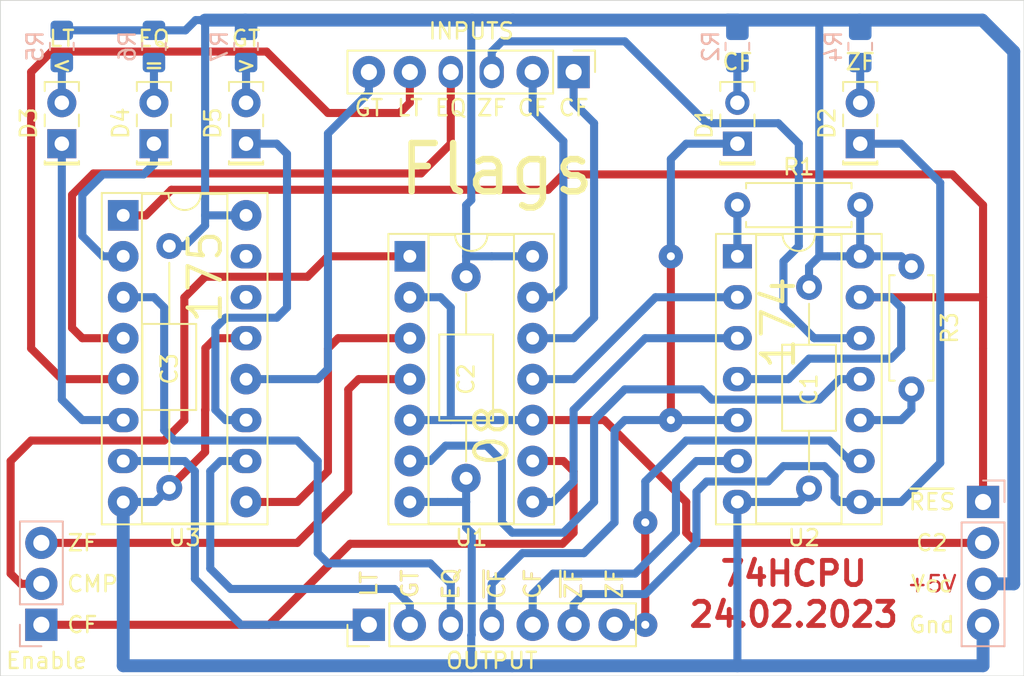
<source format=kicad_pcb>
(kicad_pcb (version 20171130) (host pcbnew "(5.1.8)-1")

  (general
    (thickness 1.6)
    (drawings 46)
    (tracks 290)
    (zones 0)
    (modules 22)
    (nets 37)
  )

  (page A4 portrait)
  (layers
    (0 F.Cu signal)
    (31 B.Cu signal)
    (32 B.Adhes user)
    (33 F.Adhes user)
    (34 B.Paste user)
    (35 F.Paste user)
    (36 B.SilkS user)
    (37 F.SilkS user)
    (38 B.Mask user)
    (39 F.Mask user)
    (40 Dwgs.User user)
    (41 Cmts.User user)
    (42 Eco1.User user)
    (43 Eco2.User user)
    (44 Edge.Cuts user)
    (45 Margin user)
    (46 B.CrtYd user)
    (47 F.CrtYd user)
    (48 B.Fab user)
    (49 F.Fab user)
  )

  (setup
    (last_trace_width 0.5)
    (user_trace_width 0.5)
    (user_trace_width 0.8)
    (trace_clearance 0.2)
    (zone_clearance 0.508)
    (zone_45_only no)
    (trace_min 0.5)
    (via_size 0.8)
    (via_drill 0.4)
    (via_min_size 0.4)
    (via_min_drill 0.3)
    (user_via 1.5 0.5)
    (uvia_size 0.3)
    (uvia_drill 0.1)
    (uvias_allowed no)
    (uvia_min_size 0.2)
    (uvia_min_drill 0.1)
    (edge_width 0.05)
    (segment_width 0.2)
    (pcb_text_width 0.3)
    (pcb_text_size 1.5 1.5)
    (mod_edge_width 0.12)
    (mod_text_size 1 1)
    (mod_text_width 0.15)
    (pad_size 1.9 1.5)
    (pad_drill 0.8)
    (pad_to_mask_clearance 0)
    (aux_axis_origin 0 0)
    (visible_elements 7FFFFFFF)
    (pcbplotparams
      (layerselection 0x00000_ffffffff)
      (usegerberextensions false)
      (usegerberattributes true)
      (usegerberadvancedattributes true)
      (creategerberjobfile true)
      (excludeedgelayer true)
      (linewidth 0.100000)
      (plotframeref false)
      (viasonmask false)
      (mode 1)
      (useauxorigin false)
      (hpglpennumber 1)
      (hpglpenspeed 20)
      (hpglpendiameter 15.000000)
      (psnegative true)
      (psa4output false)
      (plotreference true)
      (plotvalue true)
      (plotinvisibletext false)
      (padsonsilk false)
      (subtractmaskfromsilk false)
      (outputformat 4)
      (mirror false)
      (drillshape 1)
      (scaleselection 1)
      (outputdirectory "pdf/"))
  )

  (net 0 "")
  (net 1 VCC)
  (net 2 GND)
  (net 3 "Net-(D1-Pad2)")
  (net 4 /~CF)
  (net 5 "Net-(D3-Pad2)")
  (net 6 /~ZF)
  (net 7 /~LT)
  (net 8 /EQ)
  (net 9 /~GT)
  (net 10 /CF)
  (net 11 /ZF)
  (net 12 /LT)
  (net 13 /~EQ)
  (net 14 /GT)
  (net 15 /CF_EN)
  (net 16 /ZF_IN)
  (net 17 /ZF_EN)
  (net 18 /LT_IN)
  (net 19 /~EQ_IN)
  (net 20 /GT_IN)
  (net 21 /CMP_EN)
  (net 22 /C2)
  (net 23 /~RES_FL)
  (net 24 "Net-(R3-Pad2)")
  (net 25 "Net-(U1-Pad3)")
  (net 26 "Net-(U1-Pad11)")
  (net 27 /~CF2_IN)
  (net 28 /~CF1_IN)
  (net 29 "Net-(R1-Pad1)")
  (net 30 "Net-(U3-Pad14)")
  (net 31 "Net-(U3-Pad15)")
  (net 32 "Net-(D2-Pad2)")
  (net 33 "Net-(D4-Pad2)")
  (net 34 "Net-(D5-Pad2)")
  (net 35 "Net-(U1-Pad6)")
  (net 36 "Net-(U1-Pad8)")

  (net_class Default "This is the default net class."
    (clearance 0.2)
    (trace_width 0.5)
    (via_dia 0.8)
    (via_drill 0.4)
    (uvia_dia 0.3)
    (uvia_drill 0.1)
    (diff_pair_width 0.5)
    (diff_pair_gap 0.25)
    (add_net /C2)
    (add_net /CF)
    (add_net /CF_EN)
    (add_net /CMP_EN)
    (add_net /EQ)
    (add_net /GT)
    (add_net /GT_IN)
    (add_net /LT)
    (add_net /LT_IN)
    (add_net /ZF)
    (add_net /ZF_EN)
    (add_net /ZF_IN)
    (add_net /~CF)
    (add_net /~CF1_IN)
    (add_net /~CF2_IN)
    (add_net /~EQ)
    (add_net /~EQ_IN)
    (add_net /~GT)
    (add_net /~LT)
    (add_net /~RES_FL)
    (add_net /~ZF)
    (add_net GND)
    (add_net "Net-(D1-Pad2)")
    (add_net "Net-(D2-Pad2)")
    (add_net "Net-(D3-Pad2)")
    (add_net "Net-(D4-Pad2)")
    (add_net "Net-(D5-Pad2)")
    (add_net "Net-(R1-Pad1)")
    (add_net "Net-(R3-Pad2)")
    (add_net "Net-(U1-Pad11)")
    (add_net "Net-(U1-Pad3)")
    (add_net "Net-(U1-Pad6)")
    (add_net "Net-(U1-Pad8)")
    (add_net "Net-(U3-Pad14)")
    (add_net "Net-(U3-Pad15)")
    (add_net VCC)
  )

  (module Resistor_THT:R_Axial_DIN0207_L6.3mm_D2.5mm_P7.62mm_Horizontal (layer F.Cu) (tedit 5AE5139B) (tstamp 62B15070)
    (at 127.635 66.675 270)
    (descr "Resistor, Axial_DIN0207 series, Axial, Horizontal, pin pitch=7.62mm, 0.25W = 1/4W, length*diameter=6.3*2.5mm^2, http://cdn-reichelt.de/documents/datenblatt/B400/1_4W%23YAG.pdf")
    (tags "Resistor Axial_DIN0207 series Axial Horizontal pin pitch 7.62mm 0.25W = 1/4W length 6.3mm diameter 2.5mm")
    (path /62B695C7)
    (fp_text reference R3 (at 3.81 -2.37 270) (layer F.SilkS)
      (effects (font (size 1 1) (thickness 0.15)))
    )
    (fp_text value 10k (at 3.81 2.37 270) (layer F.Fab)
      (effects (font (size 1 1) (thickness 0.15)))
    )
    (fp_line (start 8.67 -1.5) (end -1.05 -1.5) (layer F.CrtYd) (width 0.05))
    (fp_line (start 8.67 1.5) (end 8.67 -1.5) (layer F.CrtYd) (width 0.05))
    (fp_line (start -1.05 1.5) (end 8.67 1.5) (layer F.CrtYd) (width 0.05))
    (fp_line (start -1.05 -1.5) (end -1.05 1.5) (layer F.CrtYd) (width 0.05))
    (fp_line (start 7.08 1.37) (end 7.08 1.04) (layer F.SilkS) (width 0.12))
    (fp_line (start 0.54 1.37) (end 7.08 1.37) (layer F.SilkS) (width 0.12))
    (fp_line (start 0.54 1.04) (end 0.54 1.37) (layer F.SilkS) (width 0.12))
    (fp_line (start 7.08 -1.37) (end 7.08 -1.04) (layer F.SilkS) (width 0.12))
    (fp_line (start 0.54 -1.37) (end 7.08 -1.37) (layer F.SilkS) (width 0.12))
    (fp_line (start 0.54 -1.04) (end 0.54 -1.37) (layer F.SilkS) (width 0.12))
    (fp_line (start 7.62 0) (end 6.96 0) (layer F.Fab) (width 0.1))
    (fp_line (start 0 0) (end 0.66 0) (layer F.Fab) (width 0.1))
    (fp_line (start 6.96 -1.25) (end 0.66 -1.25) (layer F.Fab) (width 0.1))
    (fp_line (start 6.96 1.25) (end 6.96 -1.25) (layer F.Fab) (width 0.1))
    (fp_line (start 0.66 1.25) (end 6.96 1.25) (layer F.Fab) (width 0.1))
    (fp_line (start 0.66 -1.25) (end 0.66 1.25) (layer F.Fab) (width 0.1))
    (fp_text user %R (at 3.81 0 270) (layer F.Fab)
      (effects (font (size 1 1) (thickness 0.15)))
    )
    (pad 2 thru_hole oval (at 7.62 0 270) (size 1.6 1.6) (drill 0.8) (layers *.Cu *.Mask)
      (net 24 "Net-(R3-Pad2)"))
    (pad 1 thru_hole circle (at 0 0 270) (size 1.6 1.6) (drill 0.8) (layers *.Cu *.Mask)
      (net 1 VCC))
    (model ${KISYS3DMOD}/Resistor_THT.3dshapes/R_Axial_DIN0207_L6.3mm_D2.5mm_P7.62mm_Horizontal.wrl
      (at (xyz 0 0 0))
      (scale (xyz 1 1 1))
      (rotate (xyz 0 0 0))
    )
  )

  (module Resistor_THT:R_Axial_DIN0207_L6.3mm_D2.5mm_P7.62mm_Horizontal (layer F.Cu) (tedit 5AE5139B) (tstamp 62B1504E)
    (at 116.84 62.865)
    (descr "Resistor, Axial_DIN0207 series, Axial, Horizontal, pin pitch=7.62mm, 0.25W = 1/4W, length*diameter=6.3*2.5mm^2, http://cdn-reichelt.de/documents/datenblatt/B400/1_4W%23YAG.pdf")
    (tags "Resistor Axial_DIN0207 series Axial Horizontal pin pitch 7.62mm 0.25W = 1/4W length 6.3mm diameter 2.5mm")
    (path /62B68C7D)
    (fp_text reference R1 (at 3.81 -2.37) (layer F.SilkS)
      (effects (font (size 1 1) (thickness 0.15)))
    )
    (fp_text value 10k (at 3.81 2.37) (layer F.Fab)
      (effects (font (size 1 1) (thickness 0.15)))
    )
    (fp_line (start 8.67 -1.5) (end -1.05 -1.5) (layer F.CrtYd) (width 0.05))
    (fp_line (start 8.67 1.5) (end 8.67 -1.5) (layer F.CrtYd) (width 0.05))
    (fp_line (start -1.05 1.5) (end 8.67 1.5) (layer F.CrtYd) (width 0.05))
    (fp_line (start -1.05 -1.5) (end -1.05 1.5) (layer F.CrtYd) (width 0.05))
    (fp_line (start 7.08 1.37) (end 7.08 1.04) (layer F.SilkS) (width 0.12))
    (fp_line (start 0.54 1.37) (end 7.08 1.37) (layer F.SilkS) (width 0.12))
    (fp_line (start 0.54 1.04) (end 0.54 1.37) (layer F.SilkS) (width 0.12))
    (fp_line (start 7.08 -1.37) (end 7.08 -1.04) (layer F.SilkS) (width 0.12))
    (fp_line (start 0.54 -1.37) (end 7.08 -1.37) (layer F.SilkS) (width 0.12))
    (fp_line (start 0.54 -1.04) (end 0.54 -1.37) (layer F.SilkS) (width 0.12))
    (fp_line (start 7.62 0) (end 6.96 0) (layer F.Fab) (width 0.1))
    (fp_line (start 0 0) (end 0.66 0) (layer F.Fab) (width 0.1))
    (fp_line (start 6.96 -1.25) (end 0.66 -1.25) (layer F.Fab) (width 0.1))
    (fp_line (start 6.96 1.25) (end 6.96 -1.25) (layer F.Fab) (width 0.1))
    (fp_line (start 0.66 1.25) (end 6.96 1.25) (layer F.Fab) (width 0.1))
    (fp_line (start 0.66 -1.25) (end 0.66 1.25) (layer F.Fab) (width 0.1))
    (fp_text user %R (at 3.81 0) (layer F.Fab)
      (effects (font (size 1 1) (thickness 0.15)))
    )
    (pad 2 thru_hole oval (at 7.62 0) (size 1.6 1.6) (drill 0.8) (layers *.Cu *.Mask)
      (net 1 VCC))
    (pad 1 thru_hole circle (at 0 0) (size 1.6 1.6) (drill 0.8) (layers *.Cu *.Mask)
      (net 29 "Net-(R1-Pad1)"))
    (model ${KISYS3DMOD}/Resistor_THT.3dshapes/R_Axial_DIN0207_L6.3mm_D2.5mm_P7.62mm_Horizontal.wrl
      (at (xyz 0 0 0))
      (scale (xyz 1 1 1))
      (rotate (xyz 0 0 0))
    )
  )

  (module Capacitor_THT:C_Axial_L5.1mm_D3.1mm_P12.50mm_Horizontal (layer F.Cu) (tedit 63F8B399) (tstamp 63F24819)
    (at 100.0125 67.31 270)
    (descr "C, Axial series, Axial, Horizontal, pin pitch=12.5mm, , length*diameter=5.1*3.1mm^2, http://www.vishay.com/docs/45231/arseries.pdf")
    (tags "C Axial series Axial Horizontal pin pitch 12.5mm  length 5.1mm diameter 3.1mm")
    (path /62C2AB4D)
    (fp_text reference C2 (at 6.35 0 90) (layer F.SilkS)
      (effects (font (size 1 1) (thickness 0.15)))
    )
    (fp_text value 0.1uF (at 6.25 2.67 90) (layer F.Fab)
      (effects (font (size 1 1) (thickness 0.15)))
    )
    (fp_line (start 13.55 -1.8) (end -1.05 -1.8) (layer F.CrtYd) (width 0.05))
    (fp_line (start 13.55 1.8) (end 13.55 -1.8) (layer F.CrtYd) (width 0.05))
    (fp_line (start -1.05 1.8) (end 13.55 1.8) (layer F.CrtYd) (width 0.05))
    (fp_line (start -1.05 -1.8) (end -1.05 1.8) (layer F.CrtYd) (width 0.05))
    (fp_line (start 11.46 0) (end 8.92 0) (layer F.SilkS) (width 0.12))
    (fp_line (start 1.04 0) (end 3.58 0) (layer F.SilkS) (width 0.12))
    (fp_line (start 8.92 -1.67) (end 3.58 -1.67) (layer F.SilkS) (width 0.12))
    (fp_line (start 8.92 1.67) (end 8.92 -1.67) (layer F.SilkS) (width 0.12))
    (fp_line (start 3.58 1.67) (end 8.92 1.67) (layer F.SilkS) (width 0.12))
    (fp_line (start 3.58 -1.67) (end 3.58 1.67) (layer F.SilkS) (width 0.12))
    (fp_line (start 12.5 0) (end 8.8 0) (layer F.Fab) (width 0.1))
    (fp_line (start 0 0) (end 3.7 0) (layer F.Fab) (width 0.1))
    (fp_line (start 8.8 -1.55) (end 3.7 -1.55) (layer F.Fab) (width 0.1))
    (fp_line (start 8.8 1.55) (end 8.8 -1.55) (layer F.Fab) (width 0.1))
    (fp_line (start 3.7 1.55) (end 8.8 1.55) (layer F.Fab) (width 0.1))
    (fp_line (start 3.7 -1.55) (end 3.7 1.55) (layer F.Fab) (width 0.1))
    (fp_text user %R (at 6.25 0 90) (layer F.Fab)
      (effects (font (size 1 1) (thickness 0.15)))
    )
    (pad 2 thru_hole oval (at 12.5 0 270) (size 1.8 1.8) (drill 0.8) (layers *.Cu *.Mask)
      (net 2 GND))
    (pad 1 thru_hole circle (at 0 0 270) (size 1.8 1.8) (drill 0.8) (layers *.Cu *.Mask)
      (net 1 VCC))
    (model ${KISYS3DMOD}/Capacitor_THT.3dshapes/C_Axial_L5.1mm_D3.1mm_P12.50mm_Horizontal.wrl
      (at (xyz 0 0 0))
      (scale (xyz 1 1 1))
      (rotate (xyz 0 0 0))
    )
  )

  (module Capacitor_THT:C_Axial_L5.1mm_D3.1mm_P12.50mm_Horizontal (layer F.Cu) (tedit 5AE50EF0) (tstamp 62B388B9)
    (at 121.285 67.945 270)
    (descr "C, Axial series, Axial, Horizontal, pin pitch=12.5mm, , length*diameter=5.1*3.1mm^2, http://www.vishay.com/docs/45231/arseries.pdf")
    (tags "C Axial series Axial Horizontal pin pitch 12.5mm  length 5.1mm diameter 3.1mm")
    (path /62C27682)
    (fp_text reference C1 (at 6.35 0 90) (layer F.SilkS)
      (effects (font (size 1 1) (thickness 0.15)))
    )
    (fp_text value 0.1uF (at 6.25 2.67 90) (layer F.Fab)
      (effects (font (size 1 1) (thickness 0.15)))
    )
    (fp_line (start 13.55 -1.8) (end -1.05 -1.8) (layer F.CrtYd) (width 0.05))
    (fp_line (start 13.55 1.8) (end 13.55 -1.8) (layer F.CrtYd) (width 0.05))
    (fp_line (start -1.05 1.8) (end 13.55 1.8) (layer F.CrtYd) (width 0.05))
    (fp_line (start -1.05 -1.8) (end -1.05 1.8) (layer F.CrtYd) (width 0.05))
    (fp_line (start 11.46 0) (end 8.92 0) (layer F.SilkS) (width 0.12))
    (fp_line (start 1.04 0) (end 3.58 0) (layer F.SilkS) (width 0.12))
    (fp_line (start 8.92 -1.67) (end 3.58 -1.67) (layer F.SilkS) (width 0.12))
    (fp_line (start 8.92 1.67) (end 8.92 -1.67) (layer F.SilkS) (width 0.12))
    (fp_line (start 3.58 1.67) (end 8.92 1.67) (layer F.SilkS) (width 0.12))
    (fp_line (start 3.58 -1.67) (end 3.58 1.67) (layer F.SilkS) (width 0.12))
    (fp_line (start 12.5 0) (end 8.8 0) (layer F.Fab) (width 0.1))
    (fp_line (start 0 0) (end 3.7 0) (layer F.Fab) (width 0.1))
    (fp_line (start 8.8 -1.55) (end 3.7 -1.55) (layer F.Fab) (width 0.1))
    (fp_line (start 8.8 1.55) (end 8.8 -1.55) (layer F.Fab) (width 0.1))
    (fp_line (start 3.7 1.55) (end 8.8 1.55) (layer F.Fab) (width 0.1))
    (fp_line (start 3.7 -1.55) (end 3.7 1.55) (layer F.Fab) (width 0.1))
    (fp_text user %R (at 6.25 0 90) (layer F.Fab)
      (effects (font (size 1 1) (thickness 0.15)))
    )
    (pad 2 thru_hole oval (at 12.5 0 270) (size 1.6 1.6) (drill 0.8) (layers *.Cu *.Mask)
      (net 2 GND))
    (pad 1 thru_hole circle (at 0 0 270) (size 1.6 1.6) (drill 0.8) (layers *.Cu *.Mask)
      (net 1 VCC))
    (model ${KISYS3DMOD}/Capacitor_THT.3dshapes/C_Axial_L5.1mm_D3.1mm_P12.50mm_Horizontal.wrl
      (at (xyz 0 0 0))
      (scale (xyz 1 1 1))
      (rotate (xyz 0 0 0))
    )
  )

  (module Capacitor_THT:C_Axial_L5.1mm_D3.1mm_P15.00mm_Horizontal (layer F.Cu) (tedit 5AE50EF0) (tstamp 63F8B163)
    (at 81.5975 65.405 270)
    (descr "C, Axial series, Axial, Horizontal, pin pitch=15mm, , length*diameter=5.1*3.1mm^2, http://www.vishay.com/docs/45231/arseries.pdf")
    (tags "C Axial series Axial Horizontal pin pitch 15mm  length 5.1mm diameter 3.1mm")
    (path /62C2C2EC)
    (fp_text reference C3 (at 7.62 0 90) (layer F.SilkS)
      (effects (font (size 1 1) (thickness 0.15)))
    )
    (fp_text value 0.1uF (at 7.5 2.67 90) (layer F.Fab)
      (effects (font (size 1 1) (thickness 0.15)))
    )
    (fp_line (start 4.95 -1.55) (end 4.95 1.55) (layer F.Fab) (width 0.1))
    (fp_line (start 4.95 1.55) (end 10.05 1.55) (layer F.Fab) (width 0.1))
    (fp_line (start 10.05 1.55) (end 10.05 -1.55) (layer F.Fab) (width 0.1))
    (fp_line (start 10.05 -1.55) (end 4.95 -1.55) (layer F.Fab) (width 0.1))
    (fp_line (start 0 0) (end 4.95 0) (layer F.Fab) (width 0.1))
    (fp_line (start 15 0) (end 10.05 0) (layer F.Fab) (width 0.1))
    (fp_line (start 4.83 -1.67) (end 4.83 1.67) (layer F.SilkS) (width 0.12))
    (fp_line (start 4.83 1.67) (end 10.17 1.67) (layer F.SilkS) (width 0.12))
    (fp_line (start 10.17 1.67) (end 10.17 -1.67) (layer F.SilkS) (width 0.12))
    (fp_line (start 10.17 -1.67) (end 4.83 -1.67) (layer F.SilkS) (width 0.12))
    (fp_line (start 1.04 0) (end 4.83 0) (layer F.SilkS) (width 0.12))
    (fp_line (start 13.96 0) (end 10.17 0) (layer F.SilkS) (width 0.12))
    (fp_line (start -1.05 -1.8) (end -1.05 1.8) (layer F.CrtYd) (width 0.05))
    (fp_line (start -1.05 1.8) (end 16.05 1.8) (layer F.CrtYd) (width 0.05))
    (fp_line (start 16.05 1.8) (end 16.05 -1.8) (layer F.CrtYd) (width 0.05))
    (fp_line (start 16.05 -1.8) (end -1.05 -1.8) (layer F.CrtYd) (width 0.05))
    (fp_text user %R (at 7.5 0 90) (layer F.Fab)
      (effects (font (size 1 1) (thickness 0.15)))
    )
    (pad 2 thru_hole oval (at 15 0 270) (size 1.6 1.6) (drill 0.8) (layers *.Cu *.Mask)
      (net 2 GND))
    (pad 1 thru_hole circle (at 0 0 270) (size 1.6 1.6) (drill 0.8) (layers *.Cu *.Mask)
      (net 1 VCC))
    (model ${KISYS3DMOD}/Capacitor_THT.3dshapes/C_Axial_L5.1mm_D3.1mm_P15.00mm_Horizontal.wrl
      (at (xyz 0 0 0))
      (scale (xyz 1 1 1))
      (rotate (xyz 0 0 0))
    )
  )

  (module Package_DIP:DIP-14_W7.62mm_Socket (layer F.Cu) (tedit 5A02E8C5) (tstamp 63F22C1E)
    (at 96.52 66.04)
    (descr "14-lead though-hole mounted DIP package, row spacing 7.62 mm (300 mils), Socket")
    (tags "THT DIP DIL PDIP 2.54mm 7.62mm 300mil Socket")
    (path /62B4E2C0)
    (fp_text reference U1 (at 3.81 17.4625) (layer F.SilkS)
      (effects (font (size 1 1) (thickness 0.15)))
    )
    (fp_text value 74LS08 (at 3.81 17.57) (layer F.Fab)
      (effects (font (size 1 1) (thickness 0.15)))
    )
    (fp_line (start 1.635 -1.27) (end 6.985 -1.27) (layer F.Fab) (width 0.1))
    (fp_line (start 6.985 -1.27) (end 6.985 16.51) (layer F.Fab) (width 0.1))
    (fp_line (start 6.985 16.51) (end 0.635 16.51) (layer F.Fab) (width 0.1))
    (fp_line (start 0.635 16.51) (end 0.635 -0.27) (layer F.Fab) (width 0.1))
    (fp_line (start 0.635 -0.27) (end 1.635 -1.27) (layer F.Fab) (width 0.1))
    (fp_line (start -1.27 -1.33) (end -1.27 16.57) (layer F.Fab) (width 0.1))
    (fp_line (start -1.27 16.57) (end 8.89 16.57) (layer F.Fab) (width 0.1))
    (fp_line (start 8.89 16.57) (end 8.89 -1.33) (layer F.Fab) (width 0.1))
    (fp_line (start 8.89 -1.33) (end -1.27 -1.33) (layer F.Fab) (width 0.1))
    (fp_line (start 2.81 -1.33) (end 1.16 -1.33) (layer F.SilkS) (width 0.12))
    (fp_line (start 1.16 -1.33) (end 1.16 16.57) (layer F.SilkS) (width 0.12))
    (fp_line (start 1.16 16.57) (end 6.46 16.57) (layer F.SilkS) (width 0.12))
    (fp_line (start 6.46 16.57) (end 6.46 -1.33) (layer F.SilkS) (width 0.12))
    (fp_line (start 6.46 -1.33) (end 4.81 -1.33) (layer F.SilkS) (width 0.12))
    (fp_line (start -1.33 -1.39) (end -1.33 16.63) (layer F.SilkS) (width 0.12))
    (fp_line (start -1.33 16.63) (end 8.95 16.63) (layer F.SilkS) (width 0.12))
    (fp_line (start 8.95 16.63) (end 8.95 -1.39) (layer F.SilkS) (width 0.12))
    (fp_line (start 8.95 -1.39) (end -1.33 -1.39) (layer F.SilkS) (width 0.12))
    (fp_line (start -1.55 -1.6) (end -1.55 16.85) (layer F.CrtYd) (width 0.05))
    (fp_line (start -1.55 16.85) (end 9.15 16.85) (layer F.CrtYd) (width 0.05))
    (fp_line (start 9.15 16.85) (end 9.15 -1.6) (layer F.CrtYd) (width 0.05))
    (fp_line (start 9.15 -1.6) (end -1.55 -1.6) (layer F.CrtYd) (width 0.05))
    (fp_text user %R (at 3.81 7.62) (layer F.Fab)
      (effects (font (size 1 1) (thickness 0.15)))
    )
    (fp_arc (start 3.81 -1.33) (end 2.81 -1.33) (angle -180) (layer F.SilkS) (width 0.12))
    (pad 14 thru_hole oval (at 7.62 0) (size 1.9 1.9) (drill 0.8) (layers *.Cu *.Mask)
      (net 1 VCC))
    (pad 7 thru_hole oval (at 0 15.24) (size 1.9 1.9) (drill 0.8) (layers *.Cu *.Mask)
      (net 2 GND))
    (pad 13 thru_hole oval (at 7.62 2.54) (size 1.9 1.9) (drill 0.8) (layers *.Cu *.Mask)
      (net 27 /~CF2_IN))
    (pad 6 thru_hole oval (at 0 12.7) (size 1.9 1.9) (drill 0.8) (layers *.Cu *.Mask)
      (net 35 "Net-(U1-Pad6)"))
    (pad 12 thru_hole oval (at 7.62 5.08) (size 1.9 1.9) (drill 0.8) (layers *.Cu *.Mask)
      (net 28 /~CF1_IN))
    (pad 5 thru_hole oval (at 0 10.16) (size 1.9 1.9) (drill 0.8) (layers *.Cu *.Mask)
      (net 22 /C2))
    (pad 11 thru_hole oval (at 7.62 7.62) (size 1.9 1.9) (drill 0.8) (layers *.Cu *.Mask)
      (net 26 "Net-(U1-Pad11)"))
    (pad 4 thru_hole oval (at 0 7.62) (size 1.9 1.9) (drill 0.8) (layers *.Cu *.Mask)
      (net 17 /ZF_EN))
    (pad 10 thru_hole oval (at 7.62 10.16) (size 1.9 1.9) (drill 0.8) (layers *.Cu *.Mask)
      (net 22 /C2))
    (pad 3 thru_hole oval (at 0 5.08) (size 1.9 1.9) (drill 0.8) (layers *.Cu *.Mask)
      (net 25 "Net-(U1-Pad3)"))
    (pad 9 thru_hole oval (at 7.62 12.7) (size 1.9 1.9) (drill 0.8) (layers *.Cu *.Mask)
      (net 15 /CF_EN))
    (pad 2 thru_hole oval (at 0 2.54) (size 1.9 1.9) (drill 0.8) (layers *.Cu *.Mask)
      (net 22 /C2))
    (pad 8 thru_hole oval (at 7.62 15.24) (size 1.9 1.9) (drill 0.8) (layers *.Cu *.Mask)
      (net 36 "Net-(U1-Pad8)"))
    (pad 1 thru_hole rect (at 0 0) (size 1.9 1.9) (drill 0.8) (layers *.Cu *.Mask)
      (net 21 /CMP_EN))
    (model ${KISYS3DMOD}/Package_DIP.3dshapes/DIP-14_W7.62mm_Socket.wrl
      (at (xyz 0 0 0))
      (scale (xyz 1 1 1))
      (rotate (xyz 0 0 0))
    )
  )

  (module Connector_PinHeader_2.54mm:PinHeader_1x03_P2.54mm_Vertical (layer B.Cu) (tedit 63F91845) (tstamp 63F23535)
    (at 73.66 88.9)
    (descr "Through hole straight pin header, 1x03, 2.54mm pitch, single row")
    (tags "Through hole pin header THT 1x03 2.54mm single row")
    (path /63F851DE)
    (fp_text reference J3 (at 0 2.33) (layer B.SilkS) hide
      (effects (font (size 1 1) (thickness 0.15)) (justify mirror))
    )
    (fp_text value Conn_01x03_Male (at 2.54 -3.81 90) (layer B.Fab)
      (effects (font (size 1 1) (thickness 0.15)) (justify mirror))
    )
    (fp_line (start -0.635 1.27) (end 1.27 1.27) (layer B.Fab) (width 0.1))
    (fp_line (start 1.27 1.27) (end 1.27 -6.35) (layer B.Fab) (width 0.1))
    (fp_line (start 1.27 -6.35) (end -1.27 -6.35) (layer B.Fab) (width 0.1))
    (fp_line (start -1.27 -6.35) (end -1.27 0.635) (layer B.Fab) (width 0.1))
    (fp_line (start -1.27 0.635) (end -0.635 1.27) (layer B.Fab) (width 0.1))
    (fp_line (start -1.33 -6.41) (end 1.33 -6.41) (layer B.SilkS) (width 0.12))
    (fp_line (start -1.33 -1.27) (end -1.33 -6.41) (layer B.SilkS) (width 0.12))
    (fp_line (start 1.33 -1.27) (end 1.33 -6.41) (layer B.SilkS) (width 0.12))
    (fp_line (start -1.33 -1.27) (end 1.33 -1.27) (layer B.SilkS) (width 0.12))
    (fp_line (start -1.33 0) (end -1.33 1.33) (layer B.SilkS) (width 0.12))
    (fp_line (start -1.33 1.33) (end 0 1.33) (layer B.SilkS) (width 0.12))
    (fp_line (start -1.8 1.8) (end -1.8 -6.85) (layer B.CrtYd) (width 0.05))
    (fp_line (start -1.8 -6.85) (end 1.8 -6.85) (layer B.CrtYd) (width 0.05))
    (fp_line (start 1.8 -6.85) (end 1.8 1.8) (layer B.CrtYd) (width 0.05))
    (fp_line (start 1.8 1.8) (end -1.8 1.8) (layer B.CrtYd) (width 0.05))
    (fp_text user %R (at 0 -2.54 270) (layer B.Fab)
      (effects (font (size 1 1) (thickness 0.15)) (justify mirror))
    )
    (pad 3 thru_hole oval (at 0 -5.08) (size 2 2) (drill 1) (layers *.Cu *.Mask)
      (net 17 /ZF_EN))
    (pad 2 thru_hole oval (at 0 -2.54) (size 2 2) (drill 1) (layers *.Cu *.Mask)
      (net 21 /CMP_EN))
    (pad 1 thru_hole rect (at 0 0) (size 2 2) (drill 1) (layers *.Cu *.Mask)
      (net 15 /CF_EN))
    (model ${KISYS3DMOD}/Connector_PinHeader_2.54mm.3dshapes/PinHeader_1x03_P2.54mm_Vertical.wrl
      (at (xyz 0 0 0))
      (scale (xyz 1 1 1))
      (rotate (xyz 0 0 0))
    )
  )

  (module Connector_PinHeader_2.54mm:PinHeader_1x06_P2.54mm_Vertical (layer F.Cu) (tedit 63F918BC) (tstamp 63F234F0)
    (at 106.68 54.61 270)
    (descr "Through hole straight pin header, 1x06, 2.54mm pitch, single row")
    (tags "Through hole pin header THT 1x06 2.54mm single row")
    (path /63F820EC)
    (fp_text reference J2 (at 0 -2.33 90) (layer F.SilkS) hide
      (effects (font (size 1 1) (thickness 0.15)))
    )
    (fp_text value Conn_01x06_Male (at -1.27 6.35 180) (layer F.Fab)
      (effects (font (size 1 1) (thickness 0.15)))
    )
    (fp_line (start -0.635 -1.27) (end 1.27 -1.27) (layer F.Fab) (width 0.1))
    (fp_line (start 1.27 -1.27) (end 1.27 13.97) (layer F.Fab) (width 0.1))
    (fp_line (start 1.27 13.97) (end -1.27 13.97) (layer F.Fab) (width 0.1))
    (fp_line (start -1.27 13.97) (end -1.27 -0.635) (layer F.Fab) (width 0.1))
    (fp_line (start -1.27 -0.635) (end -0.635 -1.27) (layer F.Fab) (width 0.1))
    (fp_line (start -1.33 14.03) (end 1.33 14.03) (layer F.SilkS) (width 0.12))
    (fp_line (start -1.33 1.27) (end -1.33 14.03) (layer F.SilkS) (width 0.12))
    (fp_line (start 1.33 1.27) (end 1.33 14.03) (layer F.SilkS) (width 0.12))
    (fp_line (start -1.33 1.27) (end 1.33 1.27) (layer F.SilkS) (width 0.12))
    (fp_line (start -1.33 0) (end -1.33 -1.33) (layer F.SilkS) (width 0.12))
    (fp_line (start -1.33 -1.33) (end 0 -1.33) (layer F.SilkS) (width 0.12))
    (fp_line (start -1.8 -1.8) (end -1.8 14.5) (layer F.CrtYd) (width 0.05))
    (fp_line (start -1.8 14.5) (end 1.8 14.5) (layer F.CrtYd) (width 0.05))
    (fp_line (start 1.8 14.5) (end 1.8 -1.8) (layer F.CrtYd) (width 0.05))
    (fp_line (start 1.8 -1.8) (end -1.8 -1.8) (layer F.CrtYd) (width 0.05))
    (fp_text user %R (at 0 6.35) (layer F.Fab)
      (effects (font (size 1 1) (thickness 0.15)))
    )
    (pad 6 thru_hole oval (at 0 12.7 270) (size 2 2) (drill 1) (layers *.Cu *.Mask)
      (net 20 /GT_IN))
    (pad 5 thru_hole oval (at 0 10.16 270) (size 2 2) (drill 1) (layers *.Cu *.Mask)
      (net 18 /LT_IN))
    (pad 4 thru_hole oval (at 0 7.62 270) (size 2 1.5) (drill 1) (layers *.Cu *.Mask)
      (net 19 /~EQ_IN))
    (pad 3 thru_hole oval (at 0 5.08 270) (size 2 1.5) (drill 1) (layers *.Cu *.Mask)
      (net 16 /ZF_IN))
    (pad 2 thru_hole oval (at 0 2.54 270) (size 2 2) (drill 1) (layers *.Cu *.Mask)
      (net 27 /~CF2_IN))
    (pad 1 thru_hole rect (at 0 0 270) (size 2 2) (drill 1) (layers *.Cu *.Mask)
      (net 28 /~CF1_IN))
    (model ${KISYS3DMOD}/Connector_PinHeader_2.54mm.3dshapes/PinHeader_1x06_P2.54mm_Vertical.wrl
      (at (xyz 0 0 0))
      (scale (xyz 1 1 1))
      (rotate (xyz 0 0 0))
    )
  )

  (module Connector_PinHeader_2.54mm:PinHeader_1x07_P2.54mm_Vertical (layer F.Cu) (tedit 63F91894) (tstamp 63F234D6)
    (at 93.98 88.9 90)
    (descr "Through hole straight pin header, 1x07, 2.54mm pitch, single row")
    (tags "Through hole pin header THT 1x07 2.54mm single row")
    (path /63F241B4)
    (fp_text reference J1 (at 0 -2.33 90) (layer F.SilkS) hide
      (effects (font (size 1 1) (thickness 0.15)))
    )
    (fp_text value Conn_01x07_Male (at -1.27 7.62 180) (layer F.Fab)
      (effects (font (size 1 1) (thickness 0.15)))
    )
    (fp_line (start -0.635 -1.27) (end 1.27 -1.27) (layer F.Fab) (width 0.1))
    (fp_line (start 1.27 -1.27) (end 1.27 16.51) (layer F.Fab) (width 0.1))
    (fp_line (start 1.27 16.51) (end -1.27 16.51) (layer F.Fab) (width 0.1))
    (fp_line (start -1.27 16.51) (end -1.27 -0.635) (layer F.Fab) (width 0.1))
    (fp_line (start -1.27 -0.635) (end -0.635 -1.27) (layer F.Fab) (width 0.1))
    (fp_line (start -1.33 16.57) (end 1.33 16.57) (layer F.SilkS) (width 0.12))
    (fp_line (start -1.33 1.27) (end -1.33 16.57) (layer F.SilkS) (width 0.12))
    (fp_line (start 1.33 1.27) (end 1.33 16.57) (layer F.SilkS) (width 0.12))
    (fp_line (start -1.33 1.27) (end 1.33 1.27) (layer F.SilkS) (width 0.12))
    (fp_line (start -1.33 0) (end -1.33 -1.33) (layer F.SilkS) (width 0.12))
    (fp_line (start -1.33 -1.33) (end 0 -1.33) (layer F.SilkS) (width 0.12))
    (fp_line (start -1.8 -1.8) (end -1.8 17.05) (layer F.CrtYd) (width 0.05))
    (fp_line (start -1.8 17.05) (end 1.8 17.05) (layer F.CrtYd) (width 0.05))
    (fp_line (start 1.8 17.05) (end 1.8 -1.8) (layer F.CrtYd) (width 0.05))
    (fp_line (start 1.8 -1.8) (end -1.8 -1.8) (layer F.CrtYd) (width 0.05))
    (fp_text user %R (at 0 7.62) (layer F.Fab)
      (effects (font (size 1 1) (thickness 0.15)))
    )
    (pad 7 thru_hole oval (at 0 15.24 90) (size 2 2) (drill 1) (layers *.Cu *.Mask)
      (net 11 /ZF))
    (pad 6 thru_hole oval (at 0 12.7 90) (size 2 2) (drill 1) (layers *.Cu *.Mask)
      (net 6 /~ZF))
    (pad 5 thru_hole oval (at 0 10.16 90) (size 2 2) (drill 1) (layers *.Cu *.Mask)
      (net 10 /CF))
    (pad 4 thru_hole oval (at 0 7.62 90) (size 2 1.5) (drill 1) (layers *.Cu *.Mask)
      (net 4 /~CF))
    (pad 3 thru_hole oval (at 0 5.08 90) (size 2 1.5) (drill 1) (layers *.Cu *.Mask)
      (net 8 /EQ))
    (pad 2 thru_hole oval (at 0 2.54 90) (size 2 2) (drill 1) (layers *.Cu *.Mask)
      (net 14 /GT))
    (pad 1 thru_hole rect (at 0 0 90) (size 2 2) (drill 1) (layers *.Cu *.Mask)
      (net 12 /LT))
    (model ${KISYS3DMOD}/Connector_PinHeader_2.54mm.3dshapes/PinHeader_1x07_P2.54mm_Vertical.wrl
      (at (xyz 0 0 0))
      (scale (xyz 1 1 1))
      (rotate (xyz 0 0 0))
    )
  )

  (module LED_THT:LED_Rectangular_W5.0mm_H2.0mm (layer F.Cu) (tedit 63F25FEF) (tstamp 62B14F47)
    (at 116.84 59.055 90)
    (descr "LED_Rectangular, Rectangular,  Rectangular size 5.0x2.0mm^2, 2 pins, http://www.kingbright.com/attachments/file/psearch/000/00/00/L-169XCGDK(Ver.9B).pdf")
    (tags "LED_Rectangular Rectangular  Rectangular size 5.0x2.0mm^2 2 pins")
    (path /62B65935)
    (fp_text reference D1 (at 1.27 -2.06 90) (layer F.SilkS)
      (effects (font (size 1 1) (thickness 0.15)))
    )
    (fp_text value LED (at 1.27 2.06 90) (layer F.Fab)
      (effects (font (size 1 1) (thickness 0.15)))
    )
    (fp_line (start -1.23 -1) (end -1.23 1) (layer F.Fab) (width 0.1))
    (fp_line (start -1.23 1) (end 3.77 1) (layer F.Fab) (width 0.1))
    (fp_line (start 3.77 1) (end 3.77 -1) (layer F.Fab) (width 0.1))
    (fp_line (start 3.77 -1) (end -1.23 -1) (layer F.Fab) (width 0.1))
    (fp_line (start -1.29 -1.06) (end -1.08 -1.06) (layer F.SilkS) (width 0.12))
    (fp_line (start 1.08 -1.06) (end 1.811 -1.06) (layer F.SilkS) (width 0.12))
    (fp_line (start 3.27 -1.06) (end 3.83 -1.06) (layer F.SilkS) (width 0.12))
    (fp_line (start -1.29 1.06) (end -1.08 1.06) (layer F.SilkS) (width 0.12))
    (fp_line (start 1.08 1.06) (end 1.811 1.06) (layer F.SilkS) (width 0.12))
    (fp_line (start 3.27 1.06) (end 3.83 1.06) (layer F.SilkS) (width 0.12))
    (fp_line (start -1.29 -1.06) (end -1.29 1.06) (layer F.SilkS) (width 0.12))
    (fp_line (start 3.83 -1.06) (end 3.83 1.06) (layer F.SilkS) (width 0.12))
    (fp_line (start -1.17 -1.06) (end -1.17 1.06) (layer F.SilkS) (width 0.12))
    (fp_line (start -1.55 -1.35) (end -1.55 1.35) (layer F.CrtYd) (width 0.05))
    (fp_line (start -1.55 1.35) (end 4.1 1.35) (layer F.CrtYd) (width 0.05))
    (fp_line (start 4.1 1.35) (end 4.1 -1.35) (layer F.CrtYd) (width 0.05))
    (fp_line (start 4.1 -1.35) (end -1.55 -1.35) (layer F.CrtYd) (width 0.05))
    (pad 2 thru_hole circle (at 2.54 0 90) (size 1.5 1.5) (drill 0.9) (layers *.Cu *.Mask)
      (net 3 "Net-(D1-Pad2)"))
    (pad 1 thru_hole rect (at 0 0 90) (size 1.5 1.8) (drill 0.9) (layers *.Cu *.Mask)
      (net 4 /~CF))
    (model ${KISYS3DMOD}/LED_THT.3dshapes/LED_Rectangular_W5.0mm_H2.0mm.wrl
      (at (xyz 0 0 0))
      (scale (xyz 1 1 1))
      (rotate (xyz 0 0 0))
    )
  )

  (module LED_THT:LED_Rectangular_W5.0mm_H2.0mm (layer F.Cu) (tedit 587A3A7B) (tstamp 62B14F75)
    (at 124.46 59.055 90)
    (descr "LED_Rectangular, Rectangular,  Rectangular size 5.0x2.0mm^2, 2 pins, http://www.kingbright.com/attachments/file/psearch/000/00/00/L-169XCGDK(Ver.9B).pdf")
    (tags "LED_Rectangular Rectangular  Rectangular size 5.0x2.0mm^2 2 pins")
    (path /62BEF3F1)
    (fp_text reference D2 (at 1.27 -2.06 90) (layer F.SilkS)
      (effects (font (size 1 1) (thickness 0.15)))
    )
    (fp_text value LED (at 1.27 2.06 90) (layer F.Fab)
      (effects (font (size 1 1) (thickness 0.15)))
    )
    (fp_line (start -1.23 -1) (end -1.23 1) (layer F.Fab) (width 0.1))
    (fp_line (start -1.23 1) (end 3.77 1) (layer F.Fab) (width 0.1))
    (fp_line (start 3.77 1) (end 3.77 -1) (layer F.Fab) (width 0.1))
    (fp_line (start 3.77 -1) (end -1.23 -1) (layer F.Fab) (width 0.1))
    (fp_line (start -1.29 -1.06) (end -1.08 -1.06) (layer F.SilkS) (width 0.12))
    (fp_line (start 1.08 -1.06) (end 1.811 -1.06) (layer F.SilkS) (width 0.12))
    (fp_line (start 3.27 -1.06) (end 3.83 -1.06) (layer F.SilkS) (width 0.12))
    (fp_line (start -1.29 1.06) (end -1.08 1.06) (layer F.SilkS) (width 0.12))
    (fp_line (start 1.08 1.06) (end 1.811 1.06) (layer F.SilkS) (width 0.12))
    (fp_line (start 3.27 1.06) (end 3.83 1.06) (layer F.SilkS) (width 0.12))
    (fp_line (start -1.29 -1.06) (end -1.29 1.06) (layer F.SilkS) (width 0.12))
    (fp_line (start 3.83 -1.06) (end 3.83 1.06) (layer F.SilkS) (width 0.12))
    (fp_line (start -1.17 -1.06) (end -1.17 1.06) (layer F.SilkS) (width 0.12))
    (fp_line (start -1.55 -1.35) (end -1.55 1.35) (layer F.CrtYd) (width 0.05))
    (fp_line (start -1.55 1.35) (end 4.1 1.35) (layer F.CrtYd) (width 0.05))
    (fp_line (start 4.1 1.35) (end 4.1 -1.35) (layer F.CrtYd) (width 0.05))
    (fp_line (start 4.1 -1.35) (end -1.55 -1.35) (layer F.CrtYd) (width 0.05))
    (pad 2 thru_hole circle (at 2.54 0 90) (size 1.8 1.8) (drill 0.9) (layers *.Cu *.Mask)
      (net 32 "Net-(D2-Pad2)"))
    (pad 1 thru_hole rect (at 0 0 90) (size 1.8 1.8) (drill 0.9) (layers *.Cu *.Mask)
      (net 6 /~ZF))
    (model ${KISYS3DMOD}/LED_THT.3dshapes/LED_Rectangular_W5.0mm_H2.0mm.wrl
      (at (xyz 0 0 0))
      (scale (xyz 1 1 1))
      (rotate (xyz 0 0 0))
    )
  )

  (module LED_THT:LED_Rectangular_W5.0mm_H2.0mm (layer F.Cu) (tedit 587A3A7B) (tstamp 62B14FBA)
    (at 74.93 59.055 90)
    (descr "LED_Rectangular, Rectangular,  Rectangular size 5.0x2.0mm^2, 2 pins, http://www.kingbright.com/attachments/file/psearch/000/00/00/L-169XCGDK(Ver.9B).pdf")
    (tags "LED_Rectangular Rectangular  Rectangular size 5.0x2.0mm^2 2 pins")
    (path /62BF0F12)
    (fp_text reference D3 (at 1.27 -2.06 90) (layer F.SilkS)
      (effects (font (size 1 1) (thickness 0.15)))
    )
    (fp_text value LED (at 1.27 2.06 90) (layer F.Fab)
      (effects (font (size 1 1) (thickness 0.15)))
    )
    (fp_line (start -1.23 -1) (end -1.23 1) (layer F.Fab) (width 0.1))
    (fp_line (start -1.23 1) (end 3.77 1) (layer F.Fab) (width 0.1))
    (fp_line (start 3.77 1) (end 3.77 -1) (layer F.Fab) (width 0.1))
    (fp_line (start 3.77 -1) (end -1.23 -1) (layer F.Fab) (width 0.1))
    (fp_line (start -1.29 -1.06) (end -1.08 -1.06) (layer F.SilkS) (width 0.12))
    (fp_line (start 1.08 -1.06) (end 1.811 -1.06) (layer F.SilkS) (width 0.12))
    (fp_line (start 3.27 -1.06) (end 3.83 -1.06) (layer F.SilkS) (width 0.12))
    (fp_line (start -1.29 1.06) (end -1.08 1.06) (layer F.SilkS) (width 0.12))
    (fp_line (start 1.08 1.06) (end 1.811 1.06) (layer F.SilkS) (width 0.12))
    (fp_line (start 3.27 1.06) (end 3.83 1.06) (layer F.SilkS) (width 0.12))
    (fp_line (start -1.29 -1.06) (end -1.29 1.06) (layer F.SilkS) (width 0.12))
    (fp_line (start 3.83 -1.06) (end 3.83 1.06) (layer F.SilkS) (width 0.12))
    (fp_line (start -1.17 -1.06) (end -1.17 1.06) (layer F.SilkS) (width 0.12))
    (fp_line (start -1.55 -1.35) (end -1.55 1.35) (layer F.CrtYd) (width 0.05))
    (fp_line (start -1.55 1.35) (end 4.1 1.35) (layer F.CrtYd) (width 0.05))
    (fp_line (start 4.1 1.35) (end 4.1 -1.35) (layer F.CrtYd) (width 0.05))
    (fp_line (start 4.1 -1.35) (end -1.55 -1.35) (layer F.CrtYd) (width 0.05))
    (pad 2 thru_hole circle (at 2.54 0 90) (size 1.8 1.8) (drill 0.9) (layers *.Cu *.Mask)
      (net 5 "Net-(D3-Pad2)"))
    (pad 1 thru_hole rect (at 0 0 90) (size 1.8 1.8) (drill 0.9) (layers *.Cu *.Mask)
      (net 7 /~LT))
    (model ${KISYS3DMOD}/LED_THT.3dshapes/LED_Rectangular_W5.0mm_H2.0mm.wrl
      (at (xyz 0 0 0))
      (scale (xyz 1 1 1))
      (rotate (xyz 0 0 0))
    )
  )

  (module LED_THT:LED_Rectangular_W5.0mm_H2.0mm (layer F.Cu) (tedit 587A3A7B) (tstamp 62B14FD1)
    (at 80.645 59.055 90)
    (descr "LED_Rectangular, Rectangular,  Rectangular size 5.0x2.0mm^2, 2 pins, http://www.kingbright.com/attachments/file/psearch/000/00/00/L-169XCGDK(Ver.9B).pdf")
    (tags "LED_Rectangular Rectangular  Rectangular size 5.0x2.0mm^2 2 pins")
    (path /62BF1F4B)
    (fp_text reference D4 (at 1.27 -2.06 90) (layer F.SilkS)
      (effects (font (size 1 1) (thickness 0.15)))
    )
    (fp_text value LED (at 1.27 2.06 90) (layer F.Fab)
      (effects (font (size 1 1) (thickness 0.15)))
    )
    (fp_line (start 4.1 -1.35) (end -1.55 -1.35) (layer F.CrtYd) (width 0.05))
    (fp_line (start 4.1 1.35) (end 4.1 -1.35) (layer F.CrtYd) (width 0.05))
    (fp_line (start -1.55 1.35) (end 4.1 1.35) (layer F.CrtYd) (width 0.05))
    (fp_line (start -1.55 -1.35) (end -1.55 1.35) (layer F.CrtYd) (width 0.05))
    (fp_line (start -1.17 -1.06) (end -1.17 1.06) (layer F.SilkS) (width 0.12))
    (fp_line (start 3.83 -1.06) (end 3.83 1.06) (layer F.SilkS) (width 0.12))
    (fp_line (start -1.29 -1.06) (end -1.29 1.06) (layer F.SilkS) (width 0.12))
    (fp_line (start 3.27 1.06) (end 3.83 1.06) (layer F.SilkS) (width 0.12))
    (fp_line (start 1.08 1.06) (end 1.811 1.06) (layer F.SilkS) (width 0.12))
    (fp_line (start -1.29 1.06) (end -1.08 1.06) (layer F.SilkS) (width 0.12))
    (fp_line (start 3.27 -1.06) (end 3.83 -1.06) (layer F.SilkS) (width 0.12))
    (fp_line (start 1.08 -1.06) (end 1.811 -1.06) (layer F.SilkS) (width 0.12))
    (fp_line (start -1.29 -1.06) (end -1.08 -1.06) (layer F.SilkS) (width 0.12))
    (fp_line (start 3.77 -1) (end -1.23 -1) (layer F.Fab) (width 0.1))
    (fp_line (start 3.77 1) (end 3.77 -1) (layer F.Fab) (width 0.1))
    (fp_line (start -1.23 1) (end 3.77 1) (layer F.Fab) (width 0.1))
    (fp_line (start -1.23 -1) (end -1.23 1) (layer F.Fab) (width 0.1))
    (pad 1 thru_hole rect (at 0 0 90) (size 1.8 1.8) (drill 0.9) (layers *.Cu *.Mask)
      (net 13 /~EQ))
    (pad 2 thru_hole circle (at 2.54 0 90) (size 1.8 1.8) (drill 0.9) (layers *.Cu *.Mask)
      (net 33 "Net-(D4-Pad2)"))
    (model ${KISYS3DMOD}/LED_THT.3dshapes/LED_Rectangular_W5.0mm_H2.0mm.wrl
      (at (xyz 0 0 0))
      (scale (xyz 1 1 1))
      (rotate (xyz 0 0 0))
    )
  )

  (module LED_THT:LED_Rectangular_W5.0mm_H2.0mm (layer F.Cu) (tedit 587A3A7B) (tstamp 62B14FE8)
    (at 86.36 59.055 90)
    (descr "LED_Rectangular, Rectangular,  Rectangular size 5.0x2.0mm^2, 2 pins, http://www.kingbright.com/attachments/file/psearch/000/00/00/L-169XCGDK(Ver.9B).pdf")
    (tags "LED_Rectangular Rectangular  Rectangular size 5.0x2.0mm^2 2 pins")
    (path /62C0DA7B)
    (fp_text reference D5 (at 1.27 -2.06 90) (layer F.SilkS)
      (effects (font (size 1 1) (thickness 0.15)))
    )
    (fp_text value LED (at 1.27 2.06 90) (layer F.Fab)
      (effects (font (size 1 1) (thickness 0.15)))
    )
    (fp_line (start -1.23 -1) (end -1.23 1) (layer F.Fab) (width 0.1))
    (fp_line (start -1.23 1) (end 3.77 1) (layer F.Fab) (width 0.1))
    (fp_line (start 3.77 1) (end 3.77 -1) (layer F.Fab) (width 0.1))
    (fp_line (start 3.77 -1) (end -1.23 -1) (layer F.Fab) (width 0.1))
    (fp_line (start -1.29 -1.06) (end -1.08 -1.06) (layer F.SilkS) (width 0.12))
    (fp_line (start 1.08 -1.06) (end 1.811 -1.06) (layer F.SilkS) (width 0.12))
    (fp_line (start 3.27 -1.06) (end 3.83 -1.06) (layer F.SilkS) (width 0.12))
    (fp_line (start -1.29 1.06) (end -1.08 1.06) (layer F.SilkS) (width 0.12))
    (fp_line (start 1.08 1.06) (end 1.811 1.06) (layer F.SilkS) (width 0.12))
    (fp_line (start 3.27 1.06) (end 3.83 1.06) (layer F.SilkS) (width 0.12))
    (fp_line (start -1.29 -1.06) (end -1.29 1.06) (layer F.SilkS) (width 0.12))
    (fp_line (start 3.83 -1.06) (end 3.83 1.06) (layer F.SilkS) (width 0.12))
    (fp_line (start -1.17 -1.06) (end -1.17 1.06) (layer F.SilkS) (width 0.12))
    (fp_line (start -1.55 -1.35) (end -1.55 1.35) (layer F.CrtYd) (width 0.05))
    (fp_line (start -1.55 1.35) (end 4.1 1.35) (layer F.CrtYd) (width 0.05))
    (fp_line (start 4.1 1.35) (end 4.1 -1.35) (layer F.CrtYd) (width 0.05))
    (fp_line (start 4.1 -1.35) (end -1.55 -1.35) (layer F.CrtYd) (width 0.05))
    (pad 2 thru_hole circle (at 2.54 0 90) (size 1.8 1.8) (drill 0.9) (layers *.Cu *.Mask)
      (net 34 "Net-(D5-Pad2)"))
    (pad 1 thru_hole rect (at 0 0 90) (size 1.8 1.8) (drill 0.9) (layers *.Cu *.Mask)
      (net 9 /~GT))
    (model ${KISYS3DMOD}/LED_THT.3dshapes/LED_Rectangular_W5.0mm_H2.0mm.wrl
      (at (xyz 0 0 0))
      (scale (xyz 1 1 1))
      (rotate (xyz 0 0 0))
    )
  )

  (module Connector_PinHeader_2.54mm:PinHeader_1x04_P2.54mm_Vertical (layer B.Cu) (tedit 63F9182F) (tstamp 62B71F06)
    (at 132.08 81.28 180)
    (descr "Through hole straight pin header, 1x04, 2.54mm pitch, single row")
    (tags "Through hole pin header THT 1x04 2.54mm single row")
    (path /62C55960)
    (fp_text reference J4 (at 0 2.33 180) (layer B.SilkS) hide
      (effects (font (size 1 1) (thickness 0.15)) (justify mirror))
    )
    (fp_text value Conn_01x04_Male (at 1.27 -2.54 270) (layer B.Fab)
      (effects (font (size 1 1) (thickness 0.15)) (justify mirror))
    )
    (fp_line (start 1.8 1.8) (end -1.8 1.8) (layer B.CrtYd) (width 0.05))
    (fp_line (start 1.8 -9.4) (end 1.8 1.8) (layer B.CrtYd) (width 0.05))
    (fp_line (start -1.8 -9.4) (end 1.8 -9.4) (layer B.CrtYd) (width 0.05))
    (fp_line (start -1.8 1.8) (end -1.8 -9.4) (layer B.CrtYd) (width 0.05))
    (fp_line (start -1.33 1.33) (end 0 1.33) (layer B.SilkS) (width 0.12))
    (fp_line (start -1.33 0) (end -1.33 1.33) (layer B.SilkS) (width 0.12))
    (fp_line (start -1.33 -1.27) (end 1.33 -1.27) (layer B.SilkS) (width 0.12))
    (fp_line (start 1.33 -1.27) (end 1.33 -8.95) (layer B.SilkS) (width 0.12))
    (fp_line (start -1.33 -1.27) (end -1.33 -8.95) (layer B.SilkS) (width 0.12))
    (fp_line (start -1.33 -8.95) (end 1.33 -8.95) (layer B.SilkS) (width 0.12))
    (fp_line (start -1.27 0.635) (end -0.635 1.27) (layer B.Fab) (width 0.1))
    (fp_line (start -1.27 -8.89) (end -1.27 0.635) (layer B.Fab) (width 0.1))
    (fp_line (start 1.27 -8.89) (end -1.27 -8.89) (layer B.Fab) (width 0.1))
    (fp_line (start 1.27 1.27) (end 1.27 -8.89) (layer B.Fab) (width 0.1))
    (fp_line (start -0.635 1.27) (end 1.27 1.27) (layer B.Fab) (width 0.1))
    (fp_text user %R (at 0 -3.81 90) (layer B.Fab)
      (effects (font (size 1 1) (thickness 0.15)) (justify mirror))
    )
    (pad 1 thru_hole rect (at 0 0 180) (size 2 2) (drill 1) (layers *.Cu *.Mask)
      (net 23 /~RES_FL))
    (pad 2 thru_hole oval (at 0 -2.54 180) (size 2 2) (drill 1) (layers *.Cu *.Mask)
      (net 22 /C2))
    (pad 3 thru_hole oval (at 0 -5.08 180) (size 2 2) (drill 1) (layers *.Cu *.Mask)
      (net 1 VCC))
    (pad 4 thru_hole oval (at 0 -7.62 180) (size 2 2) (drill 1) (layers *.Cu *.Mask)
      (net 2 GND))
    (model ${KISYS3DMOD}/Connector_PinHeader_2.54mm.3dshapes/PinHeader_1x04_P2.54mm_Vertical.wrl
      (at (xyz 0 0 0))
      (scale (xyz 1 1 1))
      (rotate (xyz 0 0 0))
    )
  )

  (module Resistor_SMD:R_0805_2012Metric_Pad1.20x1.40mm_HandSolder (layer B.Cu) (tedit 5F68FEEE) (tstamp 62B15092)
    (at 116.84 53.0225 270)
    (descr "Resistor SMD 0805 (2012 Metric), square (rectangular) end terminal, IPC_7351 nominal with elongated pad for handsoldering. (Body size source: IPC-SM-782 page 72, https://www.pcb-3d.com/wordpress/wp-content/uploads/ipc-sm-782a_amendment_1_and_2.pdf), generated with kicad-footprint-generator")
    (tags "resistor handsolder")
    (path /62B69DC6)
    (attr smd)
    (fp_text reference R2 (at 0 1.65 90) (layer B.SilkS)
      (effects (font (size 1 1) (thickness 0.15)) (justify mirror))
    )
    (fp_text value 1k (at 0 -1.65 90) (layer B.Fab)
      (effects (font (size 1 1) (thickness 0.15)) (justify mirror))
    )
    (fp_line (start 1.85 -0.95) (end -1.85 -0.95) (layer B.CrtYd) (width 0.05))
    (fp_line (start 1.85 0.95) (end 1.85 -0.95) (layer B.CrtYd) (width 0.05))
    (fp_line (start -1.85 0.95) (end 1.85 0.95) (layer B.CrtYd) (width 0.05))
    (fp_line (start -1.85 -0.95) (end -1.85 0.95) (layer B.CrtYd) (width 0.05))
    (fp_line (start -0.227064 -0.735) (end 0.227064 -0.735) (layer B.SilkS) (width 0.12))
    (fp_line (start -0.227064 0.735) (end 0.227064 0.735) (layer B.SilkS) (width 0.12))
    (fp_line (start 1 -0.625) (end -1 -0.625) (layer B.Fab) (width 0.1))
    (fp_line (start 1 0.625) (end 1 -0.625) (layer B.Fab) (width 0.1))
    (fp_line (start -1 0.625) (end 1 0.625) (layer B.Fab) (width 0.1))
    (fp_line (start -1 -0.625) (end -1 0.625) (layer B.Fab) (width 0.1))
    (fp_text user %R (at 0 0 90) (layer B.Fab)
      (effects (font (size 0.5 0.5) (thickness 0.08)) (justify mirror))
    )
    (pad 1 smd roundrect (at -1 0 270) (size 1.2 1.4) (layers B.Cu B.Paste B.Mask) (roundrect_rratio 0.2083325)
      (net 1 VCC))
    (pad 2 smd roundrect (at 1 0 270) (size 1.2 1.4) (layers B.Cu B.Paste B.Mask) (roundrect_rratio 0.2083325)
      (net 3 "Net-(D1-Pad2)"))
    (model ${KISYS3DMOD}/Resistor_SMD.3dshapes/R_0805_2012Metric.wrl
      (at (xyz 0 0 0))
      (scale (xyz 1 1 1))
      (rotate (xyz 0 0 0))
    )
  )

  (module Resistor_SMD:R_0805_2012Metric_Pad1.20x1.40mm_HandSolder (layer B.Cu) (tedit 5F68FEEE) (tstamp 62B150B4)
    (at 124.46 53.0225 270)
    (descr "Resistor SMD 0805 (2012 Metric), square (rectangular) end terminal, IPC_7351 nominal with elongated pad for handsoldering. (Body size source: IPC-SM-782 page 72, https://www.pcb-3d.com/wordpress/wp-content/uploads/ipc-sm-782a_amendment_1_and_2.pdf), generated with kicad-footprint-generator")
    (tags "resistor handsolder")
    (path /62BEF3F7)
    (attr smd)
    (fp_text reference R4 (at 0 1.65 90) (layer B.SilkS)
      (effects (font (size 1 1) (thickness 0.15)) (justify mirror))
    )
    (fp_text value 1k (at 0 -1.65 90) (layer B.Fab)
      (effects (font (size 1 1) (thickness 0.15)) (justify mirror))
    )
    (fp_line (start 1.85 -0.95) (end -1.85 -0.95) (layer B.CrtYd) (width 0.05))
    (fp_line (start 1.85 0.95) (end 1.85 -0.95) (layer B.CrtYd) (width 0.05))
    (fp_line (start -1.85 0.95) (end 1.85 0.95) (layer B.CrtYd) (width 0.05))
    (fp_line (start -1.85 -0.95) (end -1.85 0.95) (layer B.CrtYd) (width 0.05))
    (fp_line (start -0.227064 -0.735) (end 0.227064 -0.735) (layer B.SilkS) (width 0.12))
    (fp_line (start -0.227064 0.735) (end 0.227064 0.735) (layer B.SilkS) (width 0.12))
    (fp_line (start 1 -0.625) (end -1 -0.625) (layer B.Fab) (width 0.1))
    (fp_line (start 1 0.625) (end 1 -0.625) (layer B.Fab) (width 0.1))
    (fp_line (start -1 0.625) (end 1 0.625) (layer B.Fab) (width 0.1))
    (fp_line (start -1 -0.625) (end -1 0.625) (layer B.Fab) (width 0.1))
    (fp_text user %R (at 0 0 90) (layer B.Fab)
      (effects (font (size 0.5 0.5) (thickness 0.08)) (justify mirror))
    )
    (pad 1 smd roundrect (at -1 0 270) (size 1.2 1.4) (layers B.Cu B.Paste B.Mask) (roundrect_rratio 0.2083325)
      (net 1 VCC))
    (pad 2 smd roundrect (at 1 0 270) (size 1.2 1.4) (layers B.Cu B.Paste B.Mask) (roundrect_rratio 0.2083325)
      (net 32 "Net-(D2-Pad2)"))
    (model ${KISYS3DMOD}/Resistor_SMD.3dshapes/R_0805_2012Metric.wrl
      (at (xyz 0 0 0))
      (scale (xyz 1 1 1))
      (rotate (xyz 0 0 0))
    )
  )

  (module Resistor_SMD:R_0805_2012Metric_Pad1.20x1.40mm_HandSolder (layer B.Cu) (tedit 5F68FEEE) (tstamp 62B150E7)
    (at 74.93 53.0225 270)
    (descr "Resistor SMD 0805 (2012 Metric), square (rectangular) end terminal, IPC_7351 nominal with elongated pad for handsoldering. (Body size source: IPC-SM-782 page 72, https://www.pcb-3d.com/wordpress/wp-content/uploads/ipc-sm-782a_amendment_1_and_2.pdf), generated with kicad-footprint-generator")
    (tags "resistor handsolder")
    (path /62BF0F18)
    (attr smd)
    (fp_text reference R5 (at 0 1.65 90) (layer B.SilkS)
      (effects (font (size 1 1) (thickness 0.15)) (justify mirror))
    )
    (fp_text value 1k (at 0 -1.65 90) (layer B.Fab)
      (effects (font (size 1 1) (thickness 0.15)) (justify mirror))
    )
    (fp_line (start 1.85 -0.95) (end -1.85 -0.95) (layer B.CrtYd) (width 0.05))
    (fp_line (start 1.85 0.95) (end 1.85 -0.95) (layer B.CrtYd) (width 0.05))
    (fp_line (start -1.85 0.95) (end 1.85 0.95) (layer B.CrtYd) (width 0.05))
    (fp_line (start -1.85 -0.95) (end -1.85 0.95) (layer B.CrtYd) (width 0.05))
    (fp_line (start -0.227064 -0.735) (end 0.227064 -0.735) (layer B.SilkS) (width 0.12))
    (fp_line (start -0.227064 0.735) (end 0.227064 0.735) (layer B.SilkS) (width 0.12))
    (fp_line (start 1 -0.625) (end -1 -0.625) (layer B.Fab) (width 0.1))
    (fp_line (start 1 0.625) (end 1 -0.625) (layer B.Fab) (width 0.1))
    (fp_line (start -1 0.625) (end 1 0.625) (layer B.Fab) (width 0.1))
    (fp_line (start -1 -0.625) (end -1 0.625) (layer B.Fab) (width 0.1))
    (fp_text user %R (at 0 0 90) (layer B.Fab)
      (effects (font (size 0.5 0.5) (thickness 0.08)) (justify mirror))
    )
    (pad 1 smd roundrect (at -1 0 270) (size 1.2 1.4) (layers B.Cu B.Paste B.Mask) (roundrect_rratio 0.2083325)
      (net 1 VCC))
    (pad 2 smd roundrect (at 1 0 270) (size 1.2 1.4) (layers B.Cu B.Paste B.Mask) (roundrect_rratio 0.2083325)
      (net 5 "Net-(D3-Pad2)"))
    (model ${KISYS3DMOD}/Resistor_SMD.3dshapes/R_0805_2012Metric.wrl
      (at (xyz 0 0 0))
      (scale (xyz 1 1 1))
      (rotate (xyz 0 0 0))
    )
  )

  (module Resistor_SMD:R_0805_2012Metric_Pad1.20x1.40mm_HandSolder (layer B.Cu) (tedit 5F68FEEE) (tstamp 62B150F8)
    (at 80.645 53.0225 270)
    (descr "Resistor SMD 0805 (2012 Metric), square (rectangular) end terminal, IPC_7351 nominal with elongated pad for handsoldering. (Body size source: IPC-SM-782 page 72, https://www.pcb-3d.com/wordpress/wp-content/uploads/ipc-sm-782a_amendment_1_and_2.pdf), generated with kicad-footprint-generator")
    (tags "resistor handsolder")
    (path /62BF1F51)
    (attr smd)
    (fp_text reference R6 (at 0 1.65 90) (layer B.SilkS)
      (effects (font (size 1 1) (thickness 0.15)) (justify mirror))
    )
    (fp_text value 1k (at 0 -1.65 90) (layer B.Fab)
      (effects (font (size 1 1) (thickness 0.15)) (justify mirror))
    )
    (fp_line (start 1.85 -0.95) (end -1.85 -0.95) (layer B.CrtYd) (width 0.05))
    (fp_line (start 1.85 0.95) (end 1.85 -0.95) (layer B.CrtYd) (width 0.05))
    (fp_line (start -1.85 0.95) (end 1.85 0.95) (layer B.CrtYd) (width 0.05))
    (fp_line (start -1.85 -0.95) (end -1.85 0.95) (layer B.CrtYd) (width 0.05))
    (fp_line (start -0.227064 -0.735) (end 0.227064 -0.735) (layer B.SilkS) (width 0.12))
    (fp_line (start -0.227064 0.735) (end 0.227064 0.735) (layer B.SilkS) (width 0.12))
    (fp_line (start 1 -0.625) (end -1 -0.625) (layer B.Fab) (width 0.1))
    (fp_line (start 1 0.625) (end 1 -0.625) (layer B.Fab) (width 0.1))
    (fp_line (start -1 0.625) (end 1 0.625) (layer B.Fab) (width 0.1))
    (fp_line (start -1 -0.625) (end -1 0.625) (layer B.Fab) (width 0.1))
    (fp_text user %R (at 0 0 90) (layer B.Fab)
      (effects (font (size 0.5 0.5) (thickness 0.08)) (justify mirror))
    )
    (pad 1 smd roundrect (at -1 0 270) (size 1.2 1.4) (layers B.Cu B.Paste B.Mask) (roundrect_rratio 0.2083325)
      (net 1 VCC))
    (pad 2 smd roundrect (at 1 0 270) (size 1.2 1.4) (layers B.Cu B.Paste B.Mask) (roundrect_rratio 0.2083325)
      (net 33 "Net-(D4-Pad2)"))
    (model ${KISYS3DMOD}/Resistor_SMD.3dshapes/R_0805_2012Metric.wrl
      (at (xyz 0 0 0))
      (scale (xyz 1 1 1))
      (rotate (xyz 0 0 0))
    )
  )

  (module Resistor_SMD:R_0805_2012Metric_Pad1.20x1.40mm_HandSolder (layer B.Cu) (tedit 5F68FEEE) (tstamp 62B15109)
    (at 86.36 53.0225 270)
    (descr "Resistor SMD 0805 (2012 Metric), square (rectangular) end terminal, IPC_7351 nominal with elongated pad for handsoldering. (Body size source: IPC-SM-782 page 72, https://www.pcb-3d.com/wordpress/wp-content/uploads/ipc-sm-782a_amendment_1_and_2.pdf), generated with kicad-footprint-generator")
    (tags "resistor handsolder")
    (path /62C0DA81)
    (attr smd)
    (fp_text reference R7 (at 0 1.65 90) (layer B.SilkS)
      (effects (font (size 1 1) (thickness 0.15)) (justify mirror))
    )
    (fp_text value 1k (at 0 -1.65 90) (layer B.Fab)
      (effects (font (size 1 1) (thickness 0.15)) (justify mirror))
    )
    (fp_line (start -1 -0.625) (end -1 0.625) (layer B.Fab) (width 0.1))
    (fp_line (start -1 0.625) (end 1 0.625) (layer B.Fab) (width 0.1))
    (fp_line (start 1 0.625) (end 1 -0.625) (layer B.Fab) (width 0.1))
    (fp_line (start 1 -0.625) (end -1 -0.625) (layer B.Fab) (width 0.1))
    (fp_line (start -0.227064 0.735) (end 0.227064 0.735) (layer B.SilkS) (width 0.12))
    (fp_line (start -0.227064 -0.735) (end 0.227064 -0.735) (layer B.SilkS) (width 0.12))
    (fp_line (start -1.85 -0.95) (end -1.85 0.95) (layer B.CrtYd) (width 0.05))
    (fp_line (start -1.85 0.95) (end 1.85 0.95) (layer B.CrtYd) (width 0.05))
    (fp_line (start 1.85 0.95) (end 1.85 -0.95) (layer B.CrtYd) (width 0.05))
    (fp_line (start 1.85 -0.95) (end -1.85 -0.95) (layer B.CrtYd) (width 0.05))
    (fp_text user %R (at 0 0 90) (layer B.Fab)
      (effects (font (size 0.5 0.5) (thickness 0.08)) (justify mirror))
    )
    (pad 2 smd roundrect (at 1 0 270) (size 1.2 1.4) (layers B.Cu B.Paste B.Mask) (roundrect_rratio 0.2083325)
      (net 34 "Net-(D5-Pad2)"))
    (pad 1 smd roundrect (at -1 0 270) (size 1.2 1.4) (layers B.Cu B.Paste B.Mask) (roundrect_rratio 0.2083325)
      (net 1 VCC))
    (model ${KISYS3DMOD}/Resistor_SMD.3dshapes/R_0805_2012Metric.wrl
      (at (xyz 0 0 0))
      (scale (xyz 1 1 1))
      (rotate (xyz 0 0 0))
    )
  )

  (module Package_DIP:DIP-14_W7.62mm_Socket (layer F.Cu) (tedit 5A02E8C5) (tstamp 62B15182)
    (at 116.84 66.04)
    (descr "14-lead though-hole mounted DIP package, row spacing 7.62 mm (300 mils), Socket")
    (tags "THT DIP DIL PDIP 2.54mm 7.62mm 300mil Socket")
    (path /62B49188)
    (fp_text reference U2 (at 4.1275 17.4625) (layer F.SilkS)
      (effects (font (size 1 1) (thickness 0.15)))
    )
    (fp_text value 74HC74 (at 3.81 17.57) (layer F.Fab)
      (effects (font (size 1 1) (thickness 0.15)))
    )
    (fp_line (start 1.635 -1.27) (end 6.985 -1.27) (layer F.Fab) (width 0.1))
    (fp_line (start 6.985 -1.27) (end 6.985 16.51) (layer F.Fab) (width 0.1))
    (fp_line (start 6.985 16.51) (end 0.635 16.51) (layer F.Fab) (width 0.1))
    (fp_line (start 0.635 16.51) (end 0.635 -0.27) (layer F.Fab) (width 0.1))
    (fp_line (start 0.635 -0.27) (end 1.635 -1.27) (layer F.Fab) (width 0.1))
    (fp_line (start -1.27 -1.33) (end -1.27 16.57) (layer F.Fab) (width 0.1))
    (fp_line (start -1.27 16.57) (end 8.89 16.57) (layer F.Fab) (width 0.1))
    (fp_line (start 8.89 16.57) (end 8.89 -1.33) (layer F.Fab) (width 0.1))
    (fp_line (start 8.89 -1.33) (end -1.27 -1.33) (layer F.Fab) (width 0.1))
    (fp_line (start 2.81 -1.33) (end 1.16 -1.33) (layer F.SilkS) (width 0.12))
    (fp_line (start 1.16 -1.33) (end 1.16 16.57) (layer F.SilkS) (width 0.12))
    (fp_line (start 1.16 16.57) (end 6.46 16.57) (layer F.SilkS) (width 0.12))
    (fp_line (start 6.46 16.57) (end 6.46 -1.33) (layer F.SilkS) (width 0.12))
    (fp_line (start 6.46 -1.33) (end 4.81 -1.33) (layer F.SilkS) (width 0.12))
    (fp_line (start -1.33 -1.39) (end -1.33 16.63) (layer F.SilkS) (width 0.12))
    (fp_line (start -1.33 16.63) (end 8.95 16.63) (layer F.SilkS) (width 0.12))
    (fp_line (start 8.95 16.63) (end 8.95 -1.39) (layer F.SilkS) (width 0.12))
    (fp_line (start 8.95 -1.39) (end -1.33 -1.39) (layer F.SilkS) (width 0.12))
    (fp_line (start -1.55 -1.6) (end -1.55 16.85) (layer F.CrtYd) (width 0.05))
    (fp_line (start -1.55 16.85) (end 9.15 16.85) (layer F.CrtYd) (width 0.05))
    (fp_line (start 9.15 16.85) (end 9.15 -1.6) (layer F.CrtYd) (width 0.05))
    (fp_line (start 9.15 -1.6) (end -1.55 -1.6) (layer F.CrtYd) (width 0.05))
    (fp_text user %R (at 3.81 7.62) (layer F.Fab)
      (effects (font (size 1 1) (thickness 0.15)))
    )
    (fp_arc (start 3.81 -1.33) (end 2.81 -1.33) (angle -180) (layer F.SilkS) (width 0.12))
    (pad 14 thru_hole oval (at 7.62 0) (size 1.8 1.5) (drill 0.8) (layers *.Cu *.Mask)
      (net 1 VCC))
    (pad 7 thru_hole oval (at 0 15.24) (size 1.8 1.5) (drill 0.8) (layers *.Cu *.Mask)
      (net 2 GND))
    (pad 13 thru_hole oval (at 7.62 2.54) (size 1.8 1.5) (drill 0.8) (layers *.Cu *.Mask)
      (net 23 /~RES_FL))
    (pad 6 thru_hole oval (at 0 12.7) (size 1.8 1.5) (drill 0.8) (layers *.Cu *.Mask)
      (net 10 /CF))
    (pad 12 thru_hole oval (at 7.62 5.08) (size 1.8 1.5) (drill 0.8) (layers *.Cu *.Mask)
      (net 16 /ZF_IN))
    (pad 5 thru_hole oval (at 0 10.16) (size 1.8 1.5) (drill 0.8) (layers *.Cu *.Mask)
      (net 4 /~CF))
    (pad 11 thru_hole oval (at 7.62 7.62) (size 1.8 1.5) (drill 0.8) (layers *.Cu *.Mask)
      (net 35 "Net-(U1-Pad6)"))
    (pad 4 thru_hole oval (at 0 7.62) (size 1.8 1.5) (drill 0.8) (layers *.Cu *.Mask)
      (net 23 /~RES_FL))
    (pad 10 thru_hole oval (at 7.62 10.16) (size 1.8 1.5) (drill 0.8) (layers *.Cu *.Mask)
      (net 24 "Net-(R3-Pad2)"))
    (pad 3 thru_hole oval (at 0 5.08) (size 1.8 1.5) (drill 0.8) (layers *.Cu *.Mask)
      (net 36 "Net-(U1-Pad8)"))
    (pad 9 thru_hole oval (at 7.62 12.7) (size 1.8 1.5) (drill 0.8) (layers *.Cu *.Mask)
      (net 11 /ZF))
    (pad 2 thru_hole oval (at 0 2.54) (size 1.8 1.5) (drill 0.8) (layers *.Cu *.Mask)
      (net 26 "Net-(U1-Pad11)"))
    (pad 8 thru_hole oval (at 7.62 15.24) (size 1.8 1.5) (drill 0.8) (layers *.Cu *.Mask)
      (net 6 /~ZF))
    (pad 1 thru_hole rect (at 0 0) (size 1.8 1.5) (drill 0.8) (layers *.Cu *.Mask)
      (net 29 "Net-(R1-Pad1)"))
    (model ${KISYS3DMOD}/Package_DIP.3dshapes/DIP-14_W7.62mm_Socket.wrl
      (at (xyz 0 0 0))
      (scale (xyz 1 1 1))
      (rotate (xyz 0 0 0))
    )
  )

  (module Package_DIP:DIP-16_W7.62mm_Socket (layer F.Cu) (tedit 63F91FA9) (tstamp 62B15202)
    (at 78.74 63.5)
    (descr "16-lead though-hole mounted DIP package, row spacing 7.62 mm (300 mils), Socket")
    (tags "THT DIP DIL PDIP 2.54mm 7.62mm 300mil Socket")
    (path /62B4D1C4)
    (fp_text reference U3 (at 3.81 20.0025) (layer F.SilkS)
      (effects (font (size 1 1) (thickness 0.15)))
    )
    (fp_text value 74LS175 (at 3.81 20.11) (layer F.Fab)
      (effects (font (size 1 1) (thickness 0.15)))
    )
    (fp_line (start 9.15 -1.6) (end -1.55 -1.6) (layer F.CrtYd) (width 0.05))
    (fp_line (start 9.15 19.4) (end 9.15 -1.6) (layer F.CrtYd) (width 0.05))
    (fp_line (start -1.55 19.4) (end 9.15 19.4) (layer F.CrtYd) (width 0.05))
    (fp_line (start -1.55 -1.6) (end -1.55 19.4) (layer F.CrtYd) (width 0.05))
    (fp_line (start 8.95 -1.39) (end -1.33 -1.39) (layer F.SilkS) (width 0.12))
    (fp_line (start 8.95 19.17) (end 8.95 -1.39) (layer F.SilkS) (width 0.12))
    (fp_line (start -1.33 19.17) (end 8.95 19.17) (layer F.SilkS) (width 0.12))
    (fp_line (start -1.33 -1.39) (end -1.33 19.17) (layer F.SilkS) (width 0.12))
    (fp_line (start 6.46 -1.33) (end 4.81 -1.33) (layer F.SilkS) (width 0.12))
    (fp_line (start 6.46 19.11) (end 6.46 -1.33) (layer F.SilkS) (width 0.12))
    (fp_line (start 1.16 19.11) (end 6.46 19.11) (layer F.SilkS) (width 0.12))
    (fp_line (start 1.16 -1.33) (end 1.16 19.11) (layer F.SilkS) (width 0.12))
    (fp_line (start 2.81 -1.33) (end 1.16 -1.33) (layer F.SilkS) (width 0.12))
    (fp_line (start 8.89 -1.33) (end -1.27 -1.33) (layer F.Fab) (width 0.1))
    (fp_line (start 8.89 19.11) (end 8.89 -1.33) (layer F.Fab) (width 0.1))
    (fp_line (start -1.27 19.11) (end 8.89 19.11) (layer F.Fab) (width 0.1))
    (fp_line (start -1.27 -1.33) (end -1.27 19.11) (layer F.Fab) (width 0.1))
    (fp_line (start 0.635 -0.27) (end 1.635 -1.27) (layer F.Fab) (width 0.1))
    (fp_line (start 0.635 19.05) (end 0.635 -0.27) (layer F.Fab) (width 0.1))
    (fp_line (start 6.985 19.05) (end 0.635 19.05) (layer F.Fab) (width 0.1))
    (fp_line (start 6.985 -1.27) (end 6.985 19.05) (layer F.Fab) (width 0.1))
    (fp_line (start 1.635 -1.27) (end 6.985 -1.27) (layer F.Fab) (width 0.1))
    (fp_arc (start 3.81 -1.33) (end 2.81 -1.33) (angle -180) (layer F.SilkS) (width 0.12))
    (fp_text user %R (at 3.81 8.89) (layer F.Fab)
      (effects (font (size 1 1) (thickness 0.15)))
    )
    (pad 1 thru_hole rect (at 0 0) (size 1.9 1.9) (drill 0.8) (layers *.Cu *.Mask)
      (net 23 /~RES_FL))
    (pad 9 thru_hole oval (at 7.62 17.78) (size 1.9 1.9) (drill 0.8) (layers *.Cu *.Mask)
      (net 25 "Net-(U1-Pad3)"))
    (pad 2 thru_hole oval (at 0 2.54) (size 1.9 1.9) (drill 0.8) (layers *.Cu *.Mask)
      (net 13 /~EQ))
    (pad 10 thru_hole oval (at 7.62 15.24) (size 1.9 1.5) (drill 0.8) (layers *.Cu *.Mask)
      (net 14 /GT))
    (pad 3 thru_hole oval (at 0 5.08) (size 1.9 1.9) (drill 0.8) (layers *.Cu *.Mask)
      (net 8 /EQ))
    (pad 11 thru_hole oval (at 7.62 12.7) (size 1.9 1.5) (drill 0.8) (layers *.Cu *.Mask)
      (net 9 /~GT))
    (pad 4 thru_hole oval (at 0 7.62) (size 1.9 1.9) (drill 0.8) (layers *.Cu *.Mask)
      (net 19 /~EQ_IN))
    (pad 12 thru_hole oval (at 7.62 10.16) (size 1.9 1.9) (drill 0.8) (layers *.Cu *.Mask)
      (net 20 /GT_IN))
    (pad 5 thru_hole oval (at 0 10.16) (size 1.9 1.9) (drill 0.8) (layers *.Cu *.Mask)
      (net 18 /LT_IN))
    (pad 13 thru_hole oval (at 7.62 7.62) (size 1.9 1.5) (drill 0.8) (layers *.Cu *.Mask)
      (net 2 GND))
    (pad 6 thru_hole oval (at 0 12.7) (size 1.9 1.5) (drill 0.8) (layers *.Cu *.Mask)
      (net 7 /~LT))
    (pad 14 thru_hole oval (at 7.62 5.08) (size 1.9 1.5) (drill 0.8) (layers *.Cu *.Mask)
      (net 30 "Net-(U3-Pad14)"))
    (pad 7 thru_hole oval (at 0 15.24) (size 1.9 1.5) (drill 0.8) (layers *.Cu *.Mask)
      (net 12 /LT))
    (pad 15 thru_hole oval (at 7.62 2.54) (size 1.9 1.5) (drill 0.8) (layers *.Cu *.Mask)
      (net 31 "Net-(U3-Pad15)"))
    (pad 8 thru_hole oval (at 0 17.78) (size 1.9 1.9) (drill 0.8) (layers *.Cu *.Mask)
      (net 2 GND))
    (pad 16 thru_hole oval (at 7.62 0) (size 1.9 1.9) (drill 0.8) (layers *.Cu *.Mask)
      (net 1 VCC))
    (model ${KISYS3DMOD}/Package_DIP.3dshapes/DIP-16_W7.62mm_Socket.wrl
      (at (xyz 0 0 0))
      (scale (xyz 1 1 1))
      (rotate (xyz 0 0 0))
    )
  )

  (gr_text +5V (at 128.905 86.36) (layer F.Cu)
    (effects (font (size 1 1) (thickness 0.15)))
  )
  (gr_text 174 (at 119.38 70.1675 90) (layer F.SilkS) (tstamp 63F92674)
    (effects (font (size 2 2) (thickness 0.25)))
  )
  (gr_text 08 (at 101.6 77.1525 90) (layer F.SilkS) (tstamp 63F92645)
    (effects (font (size 2 2) (thickness 0.25)))
  )
  (gr_text 175 (at 83.82 67.31 90) (layer F.SilkS)
    (effects (font (size 2 2) (thickness 0.25)))
  )
  (gr_text 24.02.2023 (at 120.3325 88.265) (layer F.Cu) (tstamp 63F92315)
    (effects (font (size 1.5 1.5) (thickness 0.3)))
  )
  (gr_text 74HCPU (at 120.3325 85.725) (layer F.Cu)
    (effects (font (size 1.5 1.5) (thickness 0.3)))
  )
  (gr_text Flags (at 101.9175 60.6425) (layer F.SilkS)
    (effects (font (size 3 3) (thickness 0.4)))
  )
  (gr_text ~RES (at 128.905 81.28) (layer F.SilkS)
    (effects (font (size 1 1) (thickness 0.15)))
  )
  (gr_text C2 (at 128.905 83.82) (layer F.SilkS)
    (effects (font (size 1 1) (thickness 0.15)))
  )
  (gr_text Vcc (at 128.905 86.36) (layer F.SilkS)
    (effects (font (size 1 1) (thickness 0.15)))
  )
  (gr_text Gnd (at 128.905 88.9) (layer F.SilkS)
    (effects (font (size 1 1) (thickness 0.15)))
  )
  (gr_text OUTPUT (at 101.6 91.1225) (layer F.SilkS)
    (effects (font (size 1 1) (thickness 0.15)))
  )
  (gr_text CF (at 76.2 88.9) (layer F.SilkS)
    (effects (font (size 1 1) (thickness 0.15)))
  )
  (gr_text CMP (at 76.835 86.36) (layer F.SilkS)
    (effects (font (size 1 1) (thickness 0.15)))
  )
  (gr_text ZF (at 76.2 83.82) (layer F.SilkS)
    (effects (font (size 1 1) (thickness 0.15)))
  )
  (gr_text Enable (at 73.9775 91.1225) (layer F.SilkS)
    (effects (font (size 1 1) (thickness 0.15)))
  )
  (gr_text CF (at 106.68 56.8325) (layer F.SilkS)
    (effects (font (size 1 1) (thickness 0.15)))
  )
  (gr_text CF (at 104.14 56.8325) (layer F.SilkS)
    (effects (font (size 1 1) (thickness 0.15)))
  )
  (gr_text ZF (at 101.6 56.8325) (layer F.SilkS)
    (effects (font (size 1 1) (thickness 0.15)))
  )
  (gr_text EQ (at 99.06 56.8325) (layer F.SilkS)
    (effects (font (size 1 1) (thickness 0.15)))
  )
  (gr_text LT (at 96.52 56.8325) (layer F.SilkS)
    (effects (font (size 1 1) (thickness 0.15)))
  )
  (gr_text GT (at 93.98 56.8325) (layer F.SilkS)
    (effects (font (size 1 1) (thickness 0.15)))
  )
  (gr_text INPUTS (at 100.33 52.07) (layer F.SilkS)
    (effects (font (size 1 1) (thickness 0.15)))
  )
  (gr_text "LT\n<" (at 74.93 53.34) (layer F.SilkS)
    (effects (font (size 1 1) (thickness 0.15)))
  )
  (gr_text "EQ\n=" (at 80.645 53.34) (layer F.SilkS)
    (effects (font (size 1 1) (thickness 0.15)))
  )
  (gr_text "GT\n>" (at 86.36 53.34) (layer F.SilkS)
    (effects (font (size 1 1) (thickness 0.15)))
  )
  (gr_text CF (at 116.84 53.975) (layer F.SilkS)
    (effects (font (size 1 1) (thickness 0.15)))
  )
  (gr_text ZF (at 124.46 53.975) (layer F.SilkS)
    (effects (font (size 1 1) (thickness 0.15)))
  )
  (gr_text LT (at 93.98 86.36 90) (layer F.Cu) (tstamp 63F8CCE2)
    (effects (font (size 1 1) (thickness 0.15)))
  )
  (gr_text GT (at 96.52 86.36 90) (layer F.Cu) (tstamp 63F8CCE1)
    (effects (font (size 1 1) (thickness 0.15)))
  )
  (gr_text ZF (at 109.22 86.36 90) (layer F.Cu) (tstamp 63F8CCE0)
    (effects (font (size 1 1) (thickness 0.15)))
  )
  (gr_text CF (at 104.14 86.36 90) (layer F.Cu) (tstamp 63F8CCDF)
    (effects (font (size 1 1) (thickness 0.15)))
  )
  (gr_text ~CF (at 101.9175 86.36 90) (layer F.Cu) (tstamp 63F8CCDE)
    (effects (font (size 1 1) (thickness 0.15)))
  )
  (gr_text ~ZF (at 106.68 86.36 90) (layer F.Cu) (tstamp 63F8CCDD)
    (effects (font (size 1 1) (thickness 0.15)))
  )
  (gr_text EQ (at 99.06 86.36 90) (layer F.Cu) (tstamp 63F8CCDC)
    (effects (font (size 1 1) (thickness 0.15)))
  )
  (gr_text ~CF (at 101.9175 86.36 90) (layer F.SilkS)
    (effects (font (size 1 1) (thickness 0.15)))
  )
  (gr_text CF (at 104.14 86.36 90) (layer F.SilkS)
    (effects (font (size 1 1) (thickness 0.15)))
  )
  (gr_text ~ZF (at 106.68 86.36 90) (layer F.SilkS)
    (effects (font (size 1 1) (thickness 0.15)))
  )
  (gr_text EQ (at 99.06 86.36 90) (layer F.SilkS)
    (effects (font (size 1 1) (thickness 0.15)))
  )
  (gr_text GT (at 96.52 86.36 90) (layer F.SilkS)
    (effects (font (size 1 1) (thickness 0.15)))
  )
  (gr_text LT (at 93.98 86.36 90) (layer F.SilkS)
    (effects (font (size 1 1) (thickness 0.15)))
  )
  (gr_text ZF (at 109.22 86.36 90) (layer F.SilkS)
    (effects (font (size 1 1) (thickness 0.15)))
  )
  (gr_line (start 71.12 92.075) (end 71.12 50.165) (layer Edge.Cuts) (width 0.05) (tstamp 62B3915D))
  (gr_line (start 134.62 92.075) (end 71.12 92.075) (layer Edge.Cuts) (width 0.05))
  (gr_line (start 134.62 50.165) (end 134.62 92.075) (layer Edge.Cuts) (width 0.05))
  (gr_line (start 71.12 50.165) (end 134.62 50.165) (layer Edge.Cuts) (width 0.05))

  (segment (start 121.92 66.04) (end 123.06 66.04) (width 0.5) (layer B.Cu) (net 1))
  (segment (start 121.92 66.04) (end 121.92 51.3875) (width 0.5) (layer B.Cu) (net 1))
  (segment (start 124.46 66.04) (end 123.06 66.04) (width 0.5) (layer B.Cu) (net 1))
  (segment (start 83.82 51.3875) (end 83.82 63.5) (width 0.5) (layer B.Cu) (net 1))
  (segment (start 104.14 66.04) (end 101.6 66.04) (width 0.5) (layer B.Cu) (net 1))
  (segment (start 116.84 51.3875) (end 116.84 52.0225) (width 0.5) (layer B.Cu) (net 1))
  (segment (start 83.82 63.5) (end 86.36 63.5) (width 0.5) (layer B.Cu) (net 1))
  (segment (start 83.82 64.135) (end 83.82 63.5) (width 0.5) (layer B.Cu) (net 1))
  (segment (start 82.55 65.405) (end 83.82 64.135) (width 0.5) (layer B.Cu) (net 1))
  (segment (start 74.93 52.0225) (end 81.28 52.0225) (width 0.5) (layer B.Cu) (net 1))
  (segment (start 81.28 52.0225) (end 82.5975 52.0225) (width 0.5) (layer B.Cu) (net 1))
  (segment (start 83.2325 51.3875) (end 83.82 51.3875) (width 0.5) (layer B.Cu) (net 1))
  (segment (start 82.5975 52.0225) (end 83.2325 51.3875) (width 0.5) (layer B.Cu) (net 1))
  (segment (start 86.36 51.435) (end 86.3125 51.3875) (width 0.5) (layer B.Cu) (net 1))
  (segment (start 86.36 52.0225) (end 86.36 51.435) (width 0.5) (layer B.Cu) (net 1))
  (segment (start 86.3125 51.3875) (end 83.82 51.3875) (width 0.8) (layer B.Cu) (net 1))
  (segment (start 133.985 53.34) (end 132.0325 51.3875) (width 0.8) (layer B.Cu) (net 1))
  (segment (start 133.985 86.36) (end 133.985 53.34) (width 0.8) (layer B.Cu) (net 1))
  (segment (start 132.08 86.36) (end 133.985 86.36) (width 0.8) (layer B.Cu) (net 1))
  (segment (start 116.2525 51.3875) (end 102.9175 51.3875) (width 0.8) (layer B.Cu) (net 1))
  (segment (start 116.84 51.3875) (end 116.2525 51.3875) (width 0.8) (layer B.Cu) (net 1))
  (segment (start 124.46 52.0225) (end 124.46 51.435) (width 0.5) (layer B.Cu) (net 1))
  (segment (start 124.46 51.435) (end 124.4125 51.3875) (width 0.5) (layer B.Cu) (net 1))
  (segment (start 124.4125 51.3875) (end 116.2525 51.3875) (width 0.8) (layer B.Cu) (net 1))
  (segment (start 132.0325 51.3875) (end 124.4125 51.3875) (width 0.8) (layer B.Cu) (net 1))
  (segment (start 100.33 51.435) (end 100.3775 51.3875) (width 0.5) (layer B.Cu) (net 1))
  (segment (start 100.3775 51.3875) (end 86.3125 51.3875) (width 0.8) (layer B.Cu) (net 1))
  (segment (start 102.9175 51.3875) (end 100.3775 51.3875) (width 0.8) (layer B.Cu) (net 1))
  (segment (start 127 66.04) (end 127.635 66.675) (width 0.5) (layer B.Cu) (net 1))
  (segment (start 124.46 66.04) (end 127 66.04) (width 0.5) (layer B.Cu) (net 1))
  (segment (start 124.46 62.865) (end 124.46 66.04) (width 0.5) (layer B.Cu) (net 1))
  (segment (start 121.285 66.675) (end 121.92 66.04) (width 0.5) (layer B.Cu) (net 1))
  (segment (start 121.285 66.675) (end 121.285 67.945) (width 0.5) (layer B.Cu) (net 1))
  (segment (start 81.5975 65.405) (end 82.55 65.405) (width 0.5) (layer B.Cu) (net 1))
  (segment (start 100.0125 62.865) (end 100.33 62.5475) (width 0.5) (layer B.Cu) (net 1))
  (segment (start 100.33 62.5475) (end 100.33 51.435) (width 0.5) (layer B.Cu) (net 1))
  (segment (start 101.6 66.04) (end 100.0125 66.04) (width 0.5) (layer B.Cu) (net 1))
  (segment (start 100.0125 66.04) (end 100.0125 62.865) (width 0.5) (layer B.Cu) (net 1))
  (segment (start 100.0125 67.31) (end 100.0125 66.04) (width 0.5) (layer B.Cu) (net 1))
  (segment (start 96.52 81.28) (end 98.86 81.28) (width 0.5) (layer B.Cu) (net 2))
  (segment (start 78.74 81.28) (end 78.74 91.44) (width 0.8) (layer B.Cu) (net 2))
  (segment (start 132.08 88.9) (end 132.08 91.44) (width 0.8) (layer B.Cu) (net 2))
  (segment (start 116.84 81.28) (end 116.84 91.44) (width 0.5) (layer B.Cu) (net 2))
  (segment (start 116.84 91.44) (end 132.08 91.44) (width 0.8) (layer B.Cu) (net 2))
  (segment (start 102.87 91.44) (end 116.84 91.44) (width 0.8) (layer B.Cu) (net 2))
  (segment (start 121.285 80.445) (end 121.285 80.645) (width 0.5) (layer B.Cu) (net 2))
  (segment (start 120.65 81.28) (end 116.84 81.28) (width 0.5) (layer B.Cu) (net 2))
  (segment (start 121.285 80.645) (end 120.65 81.28) (width 0.5) (layer B.Cu) (net 2))
  (segment (start 80.7225 81.28) (end 81.5975 80.405) (width 0.5) (layer B.Cu) (net 2))
  (segment (start 78.74 81.28) (end 80.7225 81.28) (width 0.5) (layer B.Cu) (net 2))
  (segment (start 84.455 71.12) (end 86.36 71.12) (width 0.5) (layer F.Cu) (net 2))
  (segment (start 83.8353 71.7397) (end 84.455 71.12) (width 0.5) (layer F.Cu) (net 2))
  (segment (start 83.8353 75.5597) (end 83.8353 71.7397) (width 0.5) (layer F.Cu) (net 2))
  (segment (start 81.5975 80.405) (end 83.82 78.1825) (width 0.5) (layer F.Cu) (net 2))
  (segment (start 83.82 75.575) (end 83.8353 75.5597) (width 0.5) (layer F.Cu) (net 2))
  (segment (start 83.82 78.1825) (end 83.82 75.575) (width 0.5) (layer F.Cu) (net 2))
  (segment (start 98.86 81.28) (end 100.0125 81.28) (width 0.5) (layer B.Cu) (net 2))
  (segment (start 100.0125 81.28) (end 100.0125 82.8675) (width 0.5) (layer B.Cu) (net 2))
  (segment (start 100.0125 79.81) (end 100.0125 81.28) (width 0.5) (layer B.Cu) (net 2))
  (segment (start 100.33 89.554002) (end 100.360001 89.524001) (width 0.5) (layer B.Cu) (net 2))
  (segment (start 100.33 91.44) (end 100.33 89.554002) (width 0.5) (layer B.Cu) (net 2))
  (segment (start 100.360001 89.524001) (end 100.360001 83.215001) (width 0.5) (layer B.Cu) (net 2))
  (segment (start 100.0125 82.8675) (end 100.33 83.185) (width 0.5) (layer B.Cu) (net 2))
  (segment (start 100.360001 83.215001) (end 100.33 83.185) (width 0.5) (layer B.Cu) (net 2))
  (segment (start 78.74 91.44) (end 100.33 91.44) (width 0.8) (layer B.Cu) (net 2))
  (segment (start 100.33 91.44) (end 102.87 91.44) (width 0.8) (layer B.Cu) (net 2))
  (segment (start 116.84 54.0225) (end 116.84 56.515) (width 0.5) (layer B.Cu) (net 3))
  (segment (start 113.665 76.2) (end 116.84 76.2) (width 0.5) (layer B.Cu) (net 4))
  (segment (start 112.7125 76.2) (end 113.665 76.2) (width 0.5) (layer B.Cu) (net 4) (tstamp 63F8B5BF))
  (via (at 112.7125 76.2) (size 1.5) (drill 0.5) (layers F.Cu B.Cu) (net 4))
  (via (at 112.7125 66.04) (size 1.5) (drill 0.5) (layers F.Cu B.Cu) (net 4))
  (segment (start 116.84 59.055) (end 113.665 59.055) (width 0.5) (layer B.Cu) (net 4))
  (segment (start 112.7125 60.0075) (end 112.7125 66.04) (width 0.5) (layer B.Cu) (net 4))
  (segment (start 113.665 59.055) (end 112.7125 60.0075) (width 0.5) (layer B.Cu) (net 4))
  (segment (start 101.6 86.36) (end 101.6 88.9) (width 0.5) (layer B.Cu) (net 4))
  (segment (start 109.22 82.55) (end 107.315 84.455) (width 0.5) (layer B.Cu) (net 4))
  (segment (start 109.22 76.835) (end 109.22 82.55) (width 0.5) (layer B.Cu) (net 4))
  (segment (start 103.505 84.455) (end 101.6 86.36) (width 0.5) (layer B.Cu) (net 4))
  (segment (start 109.855 76.2) (end 109.22 76.835) (width 0.5) (layer B.Cu) (net 4))
  (segment (start 107.315 84.455) (end 103.505 84.455) (width 0.5) (layer B.Cu) (net 4))
  (segment (start 112.7125 76.2) (end 109.855 76.2) (width 0.5) (layer B.Cu) (net 4))
  (segment (start 112.7125 66.04) (end 112.7125 76.2) (width 0.5) (layer F.Cu) (net 4))
  (segment (start 124.46 54.0225) (end 124.46 56.515) (width 0.5) (layer B.Cu) (net 32))
  (segment (start 127 81.28) (end 124.46 81.28) (width 0.5) (layer B.Cu) (net 6))
  (segment (start 129.423 78.857) (end 127 81.28) (width 0.5) (layer B.Cu) (net 6))
  (segment (start 129.423 61.478) (end 129.423 78.857) (width 0.5) (layer B.Cu) (net 6))
  (segment (start 127 59.055) (end 129.423 61.478) (width 0.5) (layer B.Cu) (net 6))
  (segment (start 124.46 59.055) (end 127 59.055) (width 0.5) (layer B.Cu) (net 6))
  (segment (start 106.68 87.63) (end 106.68 88.9) (width 0.5) (layer B.Cu) (net 6))
  (segment (start 111.125 86.995) (end 107.315 86.995) (width 0.5) (layer B.Cu) (net 6))
  (segment (start 114.3 83.82) (end 111.125 86.995) (width 0.5) (layer B.Cu) (net 6))
  (segment (start 114.3 80.645) (end 114.3 83.82) (width 0.5) (layer B.Cu) (net 6))
  (segment (start 114.935 80.01) (end 114.3 80.645) (width 0.5) (layer B.Cu) (net 6))
  (segment (start 119.6975 79.0575) (end 118.745 80.01) (width 0.5) (layer B.Cu) (net 6))
  (segment (start 122.8725 79.6925) (end 122.2375 79.0575) (width 0.5) (layer B.Cu) (net 6))
  (segment (start 122.2375 79.0575) (end 119.6975 79.0575) (width 0.5) (layer B.Cu) (net 6))
  (segment (start 122.8725 80.9625) (end 122.8725 79.6925) (width 0.5) (layer B.Cu) (net 6))
  (segment (start 107.315 86.995) (end 106.68 87.63) (width 0.5) (layer B.Cu) (net 6))
  (segment (start 118.745 80.01) (end 114.935 80.01) (width 0.5) (layer B.Cu) (net 6))
  (segment (start 123.19 81.28) (end 122.8725 80.9625) (width 0.5) (layer B.Cu) (net 6))
  (segment (start 124.46 81.28) (end 123.19 81.28) (width 0.5) (layer B.Cu) (net 6))
  (segment (start 74.93 54.0225) (end 74.93 56.515) (width 0.5) (layer B.Cu) (net 5))
  (segment (start 74.93 59.055) (end 74.93 74.93) (width 0.5) (layer B.Cu) (net 7))
  (segment (start 76.2 76.2) (end 78.74 76.2) (width 0.5) (layer B.Cu) (net 7))
  (segment (start 74.93 74.93) (end 76.2 76.2) (width 0.5) (layer B.Cu) (net 7))
  (segment (start 90.805 84.455) (end 91.44 85.09) (width 0.5) (layer B.Cu) (net 8))
  (segment (start 90.805 78.74) (end 90.805 84.455) (width 0.5) (layer B.Cu) (net 8))
  (segment (start 89.535 77.47) (end 90.805 78.74) (width 0.5) (layer B.Cu) (net 8))
  (segment (start 81.915 77.47) (end 89.535 77.47) (width 0.5) (layer B.Cu) (net 8))
  (segment (start 81.28 76.835) (end 81.915 77.47) (width 0.5) (layer B.Cu) (net 8))
  (segment (start 81.28 69.215) (end 81.28 76.835) (width 0.5) (layer B.Cu) (net 8))
  (segment (start 80.645 68.58) (end 81.28 69.215) (width 0.5) (layer B.Cu) (net 8))
  (segment (start 78.74 68.58) (end 80.645 68.58) (width 0.5) (layer B.Cu) (net 8))
  (segment (start 99.06 86.36) (end 97.79 85.09) (width 0.5) (layer B.Cu) (net 8))
  (segment (start 99.06 88.9) (end 99.06 86.36) (width 0.5) (layer B.Cu) (net 8))
  (segment (start 91.44 85.09) (end 97.79 85.09) (width 0.5) (layer B.Cu) (net 8))
  (segment (start 80.645 54.0225) (end 80.645 56.515) (width 0.5) (layer B.Cu) (net 33))
  (segment (start 86.36 54.0225) (end 86.36 56.515) (width 0.5) (layer B.Cu) (net 34))
  (segment (start 84.455 75.565) (end 85.09 76.2) (width 0.5) (layer B.Cu) (net 9))
  (segment (start 85.09 76.2) (end 86.36 76.2) (width 0.5) (layer B.Cu) (net 9))
  (segment (start 84.455 75.565) (end 84.455 70.485) (width 0.5) (layer B.Cu) (net 9))
  (segment (start 84.455 70.485) (end 85.09 69.85) (width 0.5) (layer B.Cu) (net 9))
  (segment (start 85.09 69.85) (end 88.265 69.85) (width 0.5) (layer B.Cu) (net 9))
  (segment (start 88.265 69.85) (end 88.9 69.215) (width 0.5) (layer B.Cu) (net 9))
  (segment (start 88.9 69.215) (end 88.9 59.69) (width 0.5) (layer B.Cu) (net 9))
  (segment (start 88.265 59.055) (end 86.36 59.055) (width 0.5) (layer B.Cu) (net 9))
  (segment (start 88.9 59.69) (end 88.265 59.055) (width 0.5) (layer B.Cu) (net 9))
  (segment (start 113.03 83.185) (end 110.49 85.725) (width 0.5) (layer B.Cu) (net 10))
  (segment (start 104.14 86.995) (end 105.41 85.725) (width 0.5) (layer B.Cu) (net 10))
  (segment (start 110.49 85.725) (end 105.41 85.725) (width 0.5) (layer B.Cu) (net 10))
  (segment (start 104.14 86.995) (end 104.14 88.9) (width 0.5) (layer B.Cu) (net 10))
  (segment (start 113.03 80.01) (end 114.3 78.74) (width 0.5) (layer B.Cu) (net 10))
  (segment (start 116.84 78.74) (end 114.3 78.74) (width 0.5) (layer B.Cu) (net 10))
  (segment (start 113.03 80.01) (end 113.03 83.185) (width 0.5) (layer B.Cu) (net 10))
  (segment (start 109.22 88.9) (end 111.125 88.9) (width 0.5) (layer B.Cu) (net 11))
  (segment (start 111.125 82.55) (end 111.125 82.55) (width 0.5) (layer B.Cu) (net 11) (tstamp 63F915BD))
  (via (at 111.125 82.55) (size 1.5) (drill 0.5) (layers F.Cu B.Cu) (net 11))
  (segment (start 111.125 82.55) (end 111.125 88.9) (width 0.5) (layer F.Cu) (net 11))
  (segment (start 111.125 88.9) (end 111.125 88.9) (width 0.5) (layer F.Cu) (net 11) (tstamp 63F915F6))
  (via (at 111.125 88.9) (size 1.5) (drill 0.5) (layers F.Cu B.Cu) (net 11))
  (segment (start 111.125 80.01) (end 111.125 82.55) (width 0.5) (layer B.Cu) (net 11))
  (segment (start 113.665 77.47) (end 111.125 80.01) (width 0.5) (layer B.Cu) (net 11))
  (segment (start 122.555 77.47) (end 113.665 77.47) (width 0.5) (layer B.Cu) (net 11))
  (segment (start 123.825 78.74) (end 122.555 77.47) (width 0.5) (layer B.Cu) (net 11))
  (segment (start 124.46 78.74) (end 123.825 78.74) (width 0.5) (layer B.Cu) (net 11))
  (segment (start 82.55 78.74) (end 83.185 79.375) (width 0.5) (layer B.Cu) (net 12))
  (segment (start 83.185 79.375) (end 83.185 86.0425) (width 0.5) (layer B.Cu) (net 12))
  (segment (start 78.74 78.74) (end 82.55 78.74) (width 0.5) (layer B.Cu) (net 12))
  (segment (start 86.0425 88.9) (end 85.88375 88.74125) (width 0.5) (layer B.Cu) (net 12))
  (segment (start 93.98 88.9) (end 86.0425 88.9) (width 0.5) (layer B.Cu) (net 12))
  (segment (start 83.185 86.0425) (end 85.88375 88.74125) (width 0.5) (layer B.Cu) (net 12))
  (segment (start 80.645 60.325) (end 80.645 59.055) (width 0.5) (layer B.Cu) (net 13))
  (segment (start 80.01 60.96) (end 80.645 60.325) (width 0.5) (layer B.Cu) (net 13))
  (segment (start 77.47 60.96) (end 80.01 60.96) (width 0.5) (layer B.Cu) (net 13))
  (segment (start 76.2 62.23) (end 77.47 60.96) (width 0.5) (layer B.Cu) (net 13))
  (segment (start 76.2 64.77) (end 76.2 62.23) (width 0.5) (layer B.Cu) (net 13))
  (segment (start 77.47 66.04) (end 76.2 64.77) (width 0.5) (layer B.Cu) (net 13))
  (segment (start 78.74 66.04) (end 77.47 66.04) (width 0.5) (layer B.Cu) (net 13))
  (segment (start 84.1375 85.4075) (end 85.4075 86.6775) (width 0.5) (layer B.Cu) (net 14))
  (segment (start 84.1375 79.375) (end 84.1375 85.4075) (width 0.5) (layer B.Cu) (net 14))
  (segment (start 84.7725 78.74) (end 84.1375 79.375) (width 0.5) (layer B.Cu) (net 14))
  (segment (start 86.36 78.74) (end 84.7725 78.74) (width 0.5) (layer B.Cu) (net 14))
  (segment (start 96.52 87.63) (end 95.5675 86.6775) (width 0.5) (layer B.Cu) (net 14))
  (segment (start 96.52 88.9) (end 96.52 87.63) (width 0.5) (layer B.Cu) (net 14))
  (segment (start 85.4075 86.6775) (end 95.5675 86.6775) (width 0.5) (layer B.Cu) (net 14))
  (segment (start 106.045 78.74) (end 104.14 78.74) (width 0.5) (layer F.Cu) (net 15))
  (segment (start 106.68 79.375) (end 106.045 78.74) (width 0.5) (layer F.Cu) (net 15))
  (segment (start 105.9898 83.8752) (end 106.68 83.185) (width 0.5) (layer F.Cu) (net 15))
  (segment (start 92.8182 83.8752) (end 105.9898 83.8752) (width 0.5) (layer F.Cu) (net 15))
  (segment (start 106.68 83.185) (end 106.68 79.375) (width 0.5) (layer F.Cu) (net 15))
  (segment (start 87.7934 88.9) (end 92.8182 83.8752) (width 0.5) (layer F.Cu) (net 15))
  (segment (start 73.66 88.9) (end 87.7934 88.9) (width 0.5) (layer F.Cu) (net 15))
  (segment (start 121.6025 71.12) (end 124.46 71.12) (width 0.5) (layer B.Cu) (net 16))
  (segment (start 119.6975 69.215) (end 121.6025 71.12) (width 0.5) (layer B.Cu) (net 16))
  (segment (start 120.65 59.055) (end 120.65 65.405) (width 0.5) (layer B.Cu) (net 16))
  (segment (start 119.38 57.785) (end 120.65 59.055) (width 0.5) (layer B.Cu) (net 16))
  (segment (start 109.855 52.705) (end 114.935 57.785) (width 0.5) (layer B.Cu) (net 16))
  (segment (start 102.235 52.705) (end 109.855 52.705) (width 0.5) (layer B.Cu) (net 16))
  (segment (start 119.6975 66.3575) (end 119.6975 69.215) (width 0.5) (layer B.Cu) (net 16))
  (segment (start 114.935 57.785) (end 119.38 57.785) (width 0.5) (layer B.Cu) (net 16))
  (segment (start 101.6 53.34) (end 102.235 52.705) (width 0.5) (layer B.Cu) (net 16))
  (segment (start 120.65 65.405) (end 119.6975 66.3575) (width 0.5) (layer B.Cu) (net 16))
  (segment (start 101.6 54.61) (end 101.6 53.34) (width 0.5) (layer B.Cu) (net 16))
  (segment (start 93.345 73.66) (end 96.52 73.66) (width 0.5) (layer F.Cu) (net 17))
  (segment (start 92.69855 74.30645) (end 93.345 73.66) (width 0.5) (layer F.Cu) (net 17))
  (segment (start 92.69855 80.65645) (end 92.69855 74.30645) (width 0.5) (layer F.Cu) (net 17))
  (segment (start 89.535 83.82) (end 92.69855 80.65645) (width 0.5) (layer F.Cu) (net 17))
  (segment (start 73.66 83.82) (end 89.535 83.82) (width 0.5) (layer F.Cu) (net 17))
  (segment (start 96.52 56.515) (end 96.52 54.61) (width 0.5) (layer F.Cu) (net 18))
  (segment (start 95.885 57.15) (end 96.52 56.515) (width 0.5) (layer F.Cu) (net 18))
  (segment (start 87.63 53.34) (end 91.44 57.15) (width 0.5) (layer F.Cu) (net 18))
  (segment (start 74.295 53.34) (end 87.63 53.34) (width 0.5) (layer F.Cu) (net 18))
  (segment (start 73.025 54.61) (end 74.295 53.34) (width 0.5) (layer F.Cu) (net 18))
  (segment (start 73.025 71.755) (end 73.025 54.61) (width 0.5) (layer F.Cu) (net 18))
  (segment (start 91.44 57.15) (end 95.885 57.15) (width 0.5) (layer F.Cu) (net 18))
  (segment (start 74.93 73.66) (end 73.025 71.755) (width 0.5) (layer F.Cu) (net 18))
  (segment (start 78.74 73.66) (end 74.93 73.66) (width 0.5) (layer F.Cu) (net 18))
  (segment (start 99.06 59.055) (end 99.06 54.61) (width 0.5) (layer F.Cu) (net 19))
  (segment (start 97.216 60.899) (end 99.06 59.055) (width 0.5) (layer F.Cu) (net 19))
  (segment (start 76.896 60.899) (end 97.216 60.899) (width 0.5) (layer F.Cu) (net 19))
  (segment (start 75.565 62.23) (end 76.896 60.899) (width 0.5) (layer F.Cu) (net 19))
  (segment (start 75.565 70.485) (end 75.565 62.23) (width 0.5) (layer F.Cu) (net 19))
  (segment (start 76.2 71.12) (end 75.565 70.485) (width 0.5) (layer F.Cu) (net 19))
  (segment (start 78.74 71.12) (end 76.2 71.12) (width 0.5) (layer F.Cu) (net 19))
  (segment (start 91.44 58.42) (end 93.98 55.88) (width 0.5) (layer B.Cu) (net 20))
  (segment (start 93.98 55.88) (end 93.98 54.61) (width 0.5) (layer B.Cu) (net 20))
  (segment (start 91.44 73.025) (end 91.44 58.42) (width 0.5) (layer B.Cu) (net 20))
  (segment (start 90.805 73.66) (end 91.44 73.025) (width 0.5) (layer B.Cu) (net 20))
  (segment (start 86.36 73.66) (end 90.805 73.66) (width 0.5) (layer B.Cu) (net 20))
  (segment (start 91.44 66.04) (end 96.52 66.04) (width 0.5) (layer F.Cu) (net 21))
  (segment (start 83.82 67.31) (end 90.17 67.31) (width 0.5) (layer F.Cu) (net 21))
  (segment (start 82.53055 68.59945) (end 83.82 67.31) (width 0.5) (layer F.Cu) (net 21))
  (segment (start 82.53055 76.21945) (end 82.53055 68.59945) (width 0.5) (layer F.Cu) (net 21))
  (segment (start 81.28 77.47) (end 82.53055 76.21945) (width 0.5) (layer F.Cu) (net 21))
  (segment (start 72.39 86.36) (end 71.755 85.725) (width 0.5) (layer F.Cu) (net 21))
  (segment (start 90.17 67.31) (end 91.44 66.04) (width 0.5) (layer F.Cu) (net 21))
  (segment (start 73.66 86.36) (end 72.39 86.36) (width 0.5) (layer F.Cu) (net 21))
  (segment (start 71.755 78.74) (end 73.025 77.47) (width 0.5) (layer F.Cu) (net 21))
  (segment (start 73.025 77.47) (end 81.28 77.47) (width 0.5) (layer F.Cu) (net 21))
  (segment (start 71.755 85.725) (end 71.755 78.74) (width 0.5) (layer F.Cu) (net 21))
  (segment (start 96.52 68.58) (end 98.425 68.58) (width 0.5) (layer B.Cu) (net 22))
  (segment (start 98.425 68.58) (end 99.06 69.215) (width 0.5) (layer B.Cu) (net 22))
  (segment (start 99.06 76.2) (end 96.52 76.2) (width 0.5) (layer B.Cu) (net 22))
  (segment (start 99.06 69.215) (end 99.06 76.2) (width 0.5) (layer B.Cu) (net 22))
  (segment (start 104.14 76.2) (end 99.06 76.2) (width 0.5) (layer B.Cu) (net 22))
  (segment (start 114.3 83.82) (end 132.08 83.82) (width 0.5) (layer F.Cu) (net 22))
  (segment (start 113.665 83.185) (end 114.3 83.82) (width 0.5) (layer F.Cu) (net 22))
  (segment (start 113.665 81.28) (end 113.665 83.185) (width 0.5) (layer F.Cu) (net 22))
  (segment (start 108.585 76.2) (end 113.665 81.28) (width 0.5) (layer F.Cu) (net 22))
  (segment (start 104.14 76.2) (end 108.585 76.2) (width 0.5) (layer F.Cu) (net 22))
  (segment (start 124.46 68.58) (end 128.905 68.58) (width 0.5) (layer F.Cu) (net 23))
  (segment (start 132.08 71.755) (end 132.08 81.28) (width 0.5) (layer F.Cu) (net 23))
  (segment (start 126.365 68.58) (end 124.46 68.58) (width 0.5) (layer B.Cu) (net 23))
  (segment (start 126.365 72.39) (end 127 71.755) (width 0.5) (layer B.Cu) (net 23))
  (segment (start 127 69.215) (end 126.365 68.58) (width 0.5) (layer B.Cu) (net 23))
  (segment (start 121.285 72.39) (end 126.365 72.39) (width 0.5) (layer B.Cu) (net 23))
  (segment (start 120.015 73.66) (end 121.285 72.39) (width 0.5) (layer B.Cu) (net 23))
  (segment (start 127 71.755) (end 127 69.215) (width 0.5) (layer B.Cu) (net 23))
  (segment (start 116.84 73.66) (end 120.015 73.66) (width 0.5) (layer B.Cu) (net 23))
  (segment (start 128.905 68.58) (end 132.08 68.58) (width 0.5) (layer F.Cu) (net 23))
  (segment (start 132.08 68.58) (end 132.08 71.755) (width 0.5) (layer F.Cu) (net 23))
  (segment (start 132.08 62.865) (end 132.08 68.58) (width 0.5) (layer F.Cu) (net 23))
  (segment (start 130.175 60.96) (end 132.08 62.865) (width 0.5) (layer F.Cu) (net 23))
  (segment (start 106.045 60.96) (end 130.175 60.96) (width 0.5) (layer F.Cu) (net 23))
  (segment (start 105.0925 61.9125) (end 106.045 60.96) (width 0.5) (layer F.Cu) (net 23))
  (segment (start 81.7275 61.9125) (end 105.0925 61.9125) (width 0.5) (layer F.Cu) (net 23))
  (segment (start 80.14 63.5) (end 81.7275 61.9125) (width 0.5) (layer F.Cu) (net 23))
  (segment (start 78.74 63.5) (end 80.14 63.5) (width 0.5) (layer F.Cu) (net 23))
  (segment (start 124.46 76.2) (end 127 76.2) (width 0.5) (layer B.Cu) (net 24))
  (segment (start 127.635 75.565) (end 127 76.2) (width 0.5) (layer B.Cu) (net 24))
  (segment (start 127.635 74.295) (end 127.635 75.565) (width 0.5) (layer B.Cu) (net 24))
  (segment (start 105.41 81.28) (end 104.14 81.28) (width 0.5) (layer B.Cu) (net 36))
  (segment (start 106.68 80.01) (end 105.41 81.28) (width 0.5) (layer B.Cu) (net 36))
  (segment (start 106.68 75.565) (end 106.68 80.01) (width 0.5) (layer B.Cu) (net 36))
  (segment (start 111.125 71.12) (end 106.68 75.565) (width 0.5) (layer B.Cu) (net 36))
  (segment (start 116.84 71.12) (end 111.125 71.12) (width 0.5) (layer B.Cu) (net 36))
  (segment (start 97.79 78.74) (end 96.52 78.74) (width 0.5) (layer B.Cu) (net 35))
  (segment (start 98.7425 77.7875) (end 97.79 78.74) (width 0.5) (layer B.Cu) (net 35))
  (segment (start 124.46 73.66) (end 123.19 73.66) (width 0.5) (layer B.Cu) (net 35))
  (segment (start 115.2525 74.93) (end 114.6175 74.295) (width 0.5) (layer B.Cu) (net 35))
  (segment (start 123.19 73.66) (end 121.92 74.93) (width 0.5) (layer B.Cu) (net 35))
  (segment (start 102.235 82.55) (end 102.235 78.74) (width 0.5) (layer B.Cu) (net 35))
  (segment (start 109.855 74.295) (end 107.95 76.2) (width 0.5) (layer B.Cu) (net 35))
  (segment (start 102.87 83.185) (end 102.235 82.55) (width 0.5) (layer B.Cu) (net 35))
  (segment (start 121.92 74.93) (end 115.2525 74.93) (width 0.5) (layer B.Cu) (net 35))
  (segment (start 102.235 78.74) (end 101.2825 77.7875) (width 0.5) (layer B.Cu) (net 35))
  (segment (start 114.6175 74.295) (end 109.855 74.295) (width 0.5) (layer B.Cu) (net 35))
  (segment (start 101.2825 77.7875) (end 98.7425 77.7875) (width 0.5) (layer B.Cu) (net 35))
  (segment (start 107.95 81.28) (end 106.045 83.185) (width 0.5) (layer B.Cu) (net 35))
  (segment (start 106.045 83.185) (end 102.87 83.185) (width 0.5) (layer B.Cu) (net 35))
  (segment (start 107.95 76.2) (end 107.95 81.28) (width 0.5) (layer B.Cu) (net 35))
  (segment (start 89.535 81.28) (end 86.36 81.28) (width 0.5) (layer F.Cu) (net 25))
  (segment (start 91.44 71.755) (end 91.44 79.375) (width 0.5) (layer F.Cu) (net 25))
  (segment (start 92.075 71.12) (end 91.44 71.755) (width 0.5) (layer F.Cu) (net 25))
  (segment (start 91.44 79.375) (end 89.535 81.28) (width 0.5) (layer F.Cu) (net 25))
  (segment (start 96.52 71.12) (end 92.075 71.12) (width 0.5) (layer F.Cu) (net 25))
  (segment (start 105.41 68.58) (end 104.14 68.58) (width 0.5) (layer B.Cu) (net 27))
  (segment (start 106.045 67.945) (end 105.41 68.58) (width 0.5) (layer B.Cu) (net 27))
  (segment (start 106.045 58.8928) (end 106.045 67.945) (width 0.5) (layer B.Cu) (net 27))
  (segment (start 104.14 56.9878) (end 106.045 58.8928) (width 0.5) (layer B.Cu) (net 27))
  (segment (start 104.14 54.61) (end 104.14 56.9878) (width 0.5) (layer B.Cu) (net 27))
  (segment (start 106.68 71.12) (end 107.95 69.85) (width 0.5) (layer B.Cu) (net 28))
  (segment (start 104.14 71.12) (end 106.68 71.12) (width 0.5) (layer B.Cu) (net 28))
  (segment (start 106.68 56.515) (end 107.95 57.785) (width 0.5) (layer B.Cu) (net 28))
  (segment (start 106.68 54.61) (end 106.68 56.515) (width 0.5) (layer B.Cu) (net 28))
  (segment (start 107.95 69.85) (end 107.95 57.785) (width 0.5) (layer B.Cu) (net 28))
  (segment (start 116.84 62.865) (end 116.84 66.04) (width 0.5) (layer B.Cu) (net 29))
  (segment (start 106.68 73.66) (end 104.14 73.66) (width 0.5) (layer B.Cu) (net 26))
  (segment (start 111.76 68.58) (end 106.68 73.66) (width 0.5) (layer B.Cu) (net 26))
  (segment (start 116.84 68.58) (end 111.76 68.58) (width 0.5) (layer B.Cu) (net 26))

)

</source>
